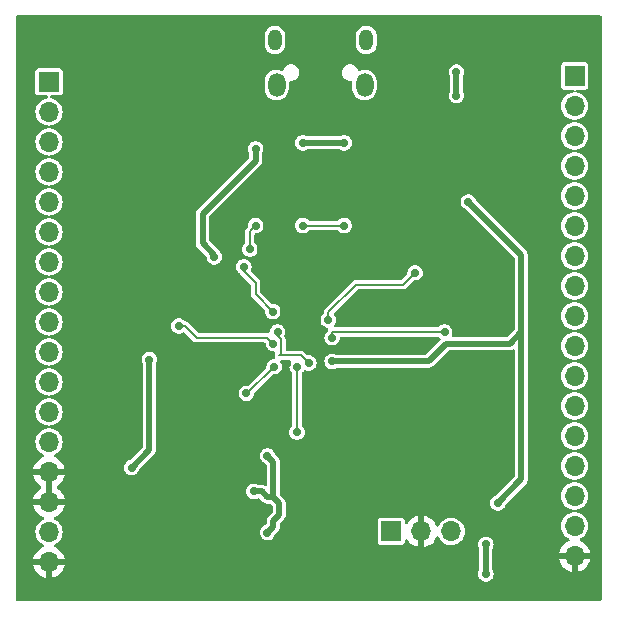
<source format=gbr>
%TF.GenerationSoftware,KiCad,Pcbnew,8.0.2*%
%TF.CreationDate,2024-06-04T19:48:01-07:00*%
%TF.ProjectId,pcb_design_1,7063625f-6465-4736-9967-6e5f312e6b69,rev?*%
%TF.SameCoordinates,Original*%
%TF.FileFunction,Copper,L2,Bot*%
%TF.FilePolarity,Positive*%
%FSLAX46Y46*%
G04 Gerber Fmt 4.6, Leading zero omitted, Abs format (unit mm)*
G04 Created by KiCad (PCBNEW 8.0.2) date 2024-06-04 19:48:01*
%MOMM*%
%LPD*%
G01*
G04 APERTURE LIST*
%TA.AperFunction,ComponentPad*%
%ADD10R,1.700000X1.700000*%
%TD*%
%TA.AperFunction,ComponentPad*%
%ADD11O,1.700000X1.700000*%
%TD*%
%TA.AperFunction,ComponentPad*%
%ADD12O,1.150000X1.800000*%
%TD*%
%TA.AperFunction,ComponentPad*%
%ADD13O,1.450000X2.000000*%
%TD*%
%TA.AperFunction,ViaPad*%
%ADD14C,0.700000*%
%TD*%
%TA.AperFunction,Conductor*%
%ADD15C,0.500000*%
%TD*%
%TA.AperFunction,Conductor*%
%ADD16C,0.200000*%
%TD*%
G04 APERTURE END LIST*
D10*
%TO.P,J2,1,Pin_1*%
%TO.N,VBUS*%
X64000000Y-62840000D03*
D11*
%TO.P,J2,2,Pin_2*%
%TO.N,/GPIO0*%
X64000000Y-65380000D03*
%TO.P,J2,3,Pin_3*%
%TO.N,/GPIO1*%
X64000000Y-67920000D03*
%TO.P,J2,4,Pin_4*%
%TO.N,/GPIO2*%
X64000000Y-70460000D03*
%TO.P,J2,5,Pin_5*%
%TO.N,/GPIO3*%
X64000000Y-73000000D03*
%TO.P,J2,6,Pin_6*%
%TO.N,/GPIO4*%
X64000000Y-75540000D03*
%TO.P,J2,7,Pin_7*%
%TO.N,/GPIO5*%
X64000000Y-78080000D03*
%TO.P,J2,8,Pin_8*%
%TO.N,/GPIO6*%
X64000000Y-80620000D03*
%TO.P,J2,9,Pin_9*%
%TO.N,/GPIO7*%
X64000000Y-83160000D03*
%TO.P,J2,10,Pin_10*%
%TO.N,/GPIO8*%
X64000000Y-85700000D03*
%TO.P,J2,11,Pin_11*%
%TO.N,/GPIO9*%
X64000000Y-88240000D03*
%TO.P,J2,12,Pin_12*%
%TO.N,/GPIO10*%
X64000000Y-90780000D03*
%TO.P,J2,13,Pin_13*%
%TO.N,/GPIO11*%
X64000000Y-93320000D03*
%TO.P,J2,14,Pin_14*%
%TO.N,GND*%
X64000000Y-95860000D03*
%TO.P,J2,15,Pin_15*%
X64000000Y-98400000D03*
%TO.P,J2,16,Pin_16*%
%TO.N,/GPIO14*%
X64000000Y-100940000D03*
%TO.P,J2,17,Pin_17*%
%TO.N,GND*%
X64000000Y-103480000D03*
%TD*%
D10*
%TO.P,J3,1,Pin_1*%
%TO.N,+3V3*%
X108500000Y-62340000D03*
D11*
%TO.P,J3,2,Pin_2*%
%TO.N,/GPIO29*%
X108500000Y-64880000D03*
%TO.P,J3,3,Pin_3*%
%TO.N,/GPIO28*%
X108500000Y-67420000D03*
%TO.P,J3,4,Pin_4*%
%TO.N,/GPIO27*%
X108500000Y-69960000D03*
%TO.P,J3,5,Pin_5*%
%TO.N,/GPIO26*%
X108500000Y-72500000D03*
%TO.P,J3,6,Pin_6*%
%TO.N,/GPIO25*%
X108500000Y-75040000D03*
%TO.P,J3,7,Pin_7*%
%TO.N,/GPIO24*%
X108500000Y-77580000D03*
%TO.P,J3,8,Pin_8*%
%TO.N,/GPIO23*%
X108500000Y-80120000D03*
%TO.P,J3,9,Pin_9*%
%TO.N,/GPIO22*%
X108500000Y-82660000D03*
%TO.P,J3,10,Pin_10*%
%TO.N,/GPIO21*%
X108500000Y-85200000D03*
%TO.P,J3,11,Pin_11*%
%TO.N,/GPIO20*%
X108500000Y-87740000D03*
%TO.P,J3,12,Pin_12*%
%TO.N,/GPIO19*%
X108500000Y-90280000D03*
%TO.P,J3,13,Pin_13*%
%TO.N,/GPIO18*%
X108500000Y-92820000D03*
%TO.P,J3,14,Pin_14*%
%TO.N,/GPIO17*%
X108500000Y-95360000D03*
%TO.P,J3,15,Pin_15*%
%TO.N,/GPIO16*%
X108500000Y-97900000D03*
%TO.P,J3,16,Pin_16*%
%TO.N,/GPIO15*%
X108500000Y-100440000D03*
%TO.P,J3,17,Pin_17*%
%TO.N,GND*%
X108500000Y-102980000D03*
%TD*%
D12*
%TO.P,J1,6,Shield*%
%TO.N,unconnected-(J1-Shield-Pad6)*%
X90875000Y-59305000D03*
D13*
%TO.N,unconnected-(J1-Shield-Pad6)_2*%
X90725000Y-63105000D03*
%TO.N,unconnected-(J1-Shield-Pad6)_1*%
X83275000Y-63105000D03*
D12*
%TO.N,unconnected-(J1-Shield-Pad6)_0*%
X83125000Y-59305000D03*
%TD*%
D10*
%TO.P,J4,1,Pin_1*%
%TO.N,/SWCLK*%
X92982500Y-100900000D03*
D11*
%TO.P,J4,2,Pin_2*%
%TO.N,GND*%
X95522500Y-100900000D03*
%TO.P,J4,3,Pin_3*%
%TO.N,/SWDIO*%
X98062500Y-100900000D03*
%TD*%
D14*
%TO.N,GND*%
X87000000Y-97500000D03*
X91500000Y-76000000D03*
X84000000Y-91000000D03*
X87000000Y-76000000D03*
X101000000Y-95500000D03*
X72500000Y-70000000D03*
X89500000Y-76000000D03*
X95000000Y-64500000D03*
X84000000Y-95500000D03*
X79500000Y-80500000D03*
X92500000Y-81000000D03*
X86000000Y-82500000D03*
X86040000Y-76000000D03*
X81350000Y-99000000D03*
X92500000Y-85350000D03*
X87000000Y-91000000D03*
X66500000Y-61000000D03*
X95000000Y-66000000D03*
X88500000Y-97500000D03*
X87500000Y-98500000D03*
X84140841Y-86721602D03*
X85500000Y-66500000D03*
X74000000Y-99000000D03*
X77000000Y-85460000D03*
X85500000Y-64500000D03*
X100500000Y-70000000D03*
X92500000Y-82000000D03*
%TO.N,+3V3*%
X101000000Y-102000000D03*
X81350000Y-97500000D03*
X98500000Y-64000000D03*
X89000000Y-68000000D03*
X101000000Y-104500000D03*
X98500000Y-62000000D03*
X72500000Y-86350000D03*
X78000000Y-77650000D03*
X82500000Y-94500000D03*
X82500000Y-101000000D03*
X99500000Y-73000000D03*
X71000000Y-95500000D03*
X81500000Y-68500000D03*
X102000000Y-98500000D03*
X85500000Y-68000000D03*
X87966983Y-86493171D03*
%TO.N,+1V1*%
X85500000Y-75000000D03*
X86000000Y-86650002D03*
X83349998Y-84000000D03*
X89000000Y-75000000D03*
%TO.N,/GPIO7*%
X83000000Y-85000000D03*
X75000000Y-83500000D03*
%TO.N,/GPIO14*%
X83057317Y-86959614D03*
X80709620Y-89209620D03*
%TO.N,/GPIO29*%
X95000000Y-79000000D03*
X87650002Y-83000000D03*
%TO.N,/GPIO22*%
X87966983Y-84493171D03*
X97500000Y-84000000D03*
%TO.N,/XOUT*%
X85010632Y-86952828D03*
X85000000Y-92500000D03*
%TO.N,/SQPI_SD1*%
X81000000Y-77000000D03*
X81500000Y-75000000D03*
%TO.N,/GPIO0*%
X80500000Y-78500000D03*
X82948268Y-82284263D03*
%TD*%
D15*
%TO.N,+3V3*%
X104000000Y-84000000D02*
X103000000Y-85000000D01*
X101000000Y-102000000D02*
X101000000Y-104500000D01*
X83000000Y-100000000D02*
X83500000Y-99500000D01*
X104000000Y-77500000D02*
X104000000Y-84000000D01*
X83000000Y-100500000D02*
X83000000Y-100000000D01*
X83000000Y-97000000D02*
X83000000Y-95000000D01*
X104000000Y-84000000D02*
X104000000Y-96500000D01*
X83000000Y-98000000D02*
X82500000Y-98000000D01*
X89000000Y-68000000D02*
X85500000Y-68000000D01*
X83000000Y-98000000D02*
X83000000Y-97000000D01*
X78000000Y-77500000D02*
X78000000Y-77650000D01*
X83000000Y-95000000D02*
X82500000Y-94500000D01*
X96138200Y-86493171D02*
X87966983Y-86493171D01*
X104000000Y-96500000D02*
X102000000Y-98500000D01*
X82000000Y-97500000D02*
X81350000Y-97500000D01*
X83500000Y-99500000D02*
X83500000Y-98500000D01*
X103000000Y-85000000D02*
X97631371Y-85000000D01*
X99500000Y-73000000D02*
X104000000Y-77500000D01*
X81500000Y-69500000D02*
X77000000Y-74000000D01*
X72500000Y-94000000D02*
X72500000Y-86350000D01*
X98500000Y-64000000D02*
X98500000Y-62000000D01*
X77000000Y-76500000D02*
X78000000Y-77500000D01*
X97631371Y-85000000D02*
X96138200Y-86493171D01*
X82500000Y-101000000D02*
X83000000Y-100500000D01*
X81500000Y-68500000D02*
X81500000Y-69500000D01*
X71000000Y-95500000D02*
X72500000Y-94000000D01*
X83500000Y-98500000D02*
X83000000Y-98000000D01*
X82500000Y-98000000D02*
X82000000Y-97500000D01*
X77000000Y-74000000D02*
X77000000Y-76500000D01*
D16*
%TO.N,+1V1*%
X83650000Y-84650000D02*
X83650000Y-85850000D01*
X85341527Y-85991529D02*
X86000000Y-86650002D01*
X83508471Y-85991529D02*
X85341527Y-85991529D01*
X83349998Y-84349998D02*
X83650000Y-84650000D01*
X85500000Y-75000000D02*
X89000000Y-75000000D01*
X83650000Y-85850000D02*
X83508471Y-85991529D01*
X83349998Y-84000000D02*
X83349998Y-84349998D01*
%TO.N,/GPIO7*%
X82500000Y-84500000D02*
X76500000Y-84500000D01*
X76500000Y-84500000D02*
X75500000Y-83500000D01*
X75500000Y-83500000D02*
X75000000Y-83500000D01*
X83000000Y-85000000D02*
X82500000Y-84500000D01*
%TO.N,/GPIO14*%
X80709620Y-89209620D02*
X80807311Y-89209620D01*
X80807311Y-89209620D02*
X83057317Y-86959614D01*
%TO.N,/GPIO29*%
X87650002Y-83000000D02*
X87650002Y-82349998D01*
X94000000Y-80000000D02*
X95000000Y-79000000D01*
X87650002Y-82349998D02*
X90000000Y-80000000D01*
X90000000Y-80000000D02*
X94000000Y-80000000D01*
%TO.N,/GPIO22*%
X107840000Y-82500000D02*
X108000000Y-82660000D01*
X88000000Y-84000000D02*
X88000000Y-84460154D01*
X88000000Y-84460154D02*
X87966983Y-84493171D01*
X88000000Y-84000000D02*
X97500000Y-84000000D01*
%TO.N,/XOUT*%
X85000000Y-92500000D02*
X85000000Y-86963460D01*
X85000000Y-86963460D02*
X85010632Y-86952828D01*
%TO.N,/SQPI_SD1*%
X81000000Y-75500000D02*
X81000000Y-77000000D01*
X81500000Y-75000000D02*
X81000000Y-75500000D01*
%TO.N,/GPIO0*%
X81500000Y-79835995D02*
X81500000Y-80835995D01*
X81500000Y-80835995D02*
X82948268Y-82284263D01*
X80500000Y-78500000D02*
X80500000Y-78835995D01*
X80500000Y-78835995D02*
X81500000Y-79835995D01*
%TD*%
%TA.AperFunction,Conductor*%
%TO.N,GND*%
G36*
X64250000Y-97966988D02*
G01*
X64192993Y-97934075D01*
X64065826Y-97900000D01*
X63934174Y-97900000D01*
X63807007Y-97934075D01*
X63750000Y-97966988D01*
X63750000Y-96293012D01*
X63807007Y-96325925D01*
X63934174Y-96360000D01*
X64065826Y-96360000D01*
X64192993Y-96325925D01*
X64250000Y-96293012D01*
X64250000Y-97966988D01*
G37*
%TD.AperFunction*%
%TA.AperFunction,Conductor*%
G36*
X110742539Y-57220185D02*
G01*
X110788294Y-57272989D01*
X110799500Y-57324500D01*
X110799500Y-106675500D01*
X110779815Y-106742539D01*
X110727011Y-106788294D01*
X110675500Y-106799500D01*
X61324500Y-106799500D01*
X61257461Y-106779815D01*
X61211706Y-106727011D01*
X61200500Y-106675500D01*
X61200500Y-95609999D01*
X62669364Y-95609999D01*
X62669364Y-95610000D01*
X63566988Y-95610000D01*
X63534075Y-95667007D01*
X63500000Y-95794174D01*
X63500000Y-95925826D01*
X63534075Y-96052993D01*
X63566988Y-96110000D01*
X62669364Y-96110000D01*
X62726567Y-96323486D01*
X62726570Y-96323492D01*
X62826399Y-96537578D01*
X62961894Y-96731082D01*
X63128917Y-96898105D01*
X63315031Y-97028425D01*
X63358656Y-97083003D01*
X63365848Y-97152501D01*
X63334326Y-97214856D01*
X63315031Y-97231575D01*
X63128922Y-97361890D01*
X63128920Y-97361891D01*
X62961891Y-97528920D01*
X62961886Y-97528926D01*
X62826400Y-97722420D01*
X62826399Y-97722422D01*
X62726570Y-97936507D01*
X62726567Y-97936513D01*
X62669364Y-98149999D01*
X62669364Y-98150000D01*
X63566988Y-98150000D01*
X63534075Y-98207007D01*
X63500000Y-98334174D01*
X63500000Y-98465826D01*
X63534075Y-98592993D01*
X63566988Y-98650000D01*
X62669364Y-98650000D01*
X62726567Y-98863486D01*
X62726570Y-98863492D01*
X62826399Y-99077578D01*
X62961894Y-99271082D01*
X63128917Y-99438105D01*
X63322421Y-99573600D01*
X63521573Y-99666466D01*
X63574012Y-99712638D01*
X63593164Y-99779832D01*
X63572948Y-99846713D01*
X63519783Y-99892048D01*
X63513968Y-99894472D01*
X63506771Y-99897260D01*
X63484982Y-99905701D01*
X63484980Y-99905702D01*
X63303699Y-100017947D01*
X63146127Y-100161593D01*
X63017632Y-100331746D01*
X62922596Y-100522605D01*
X62922596Y-100522607D01*
X62864244Y-100727689D01*
X62844571Y-100939999D01*
X62844571Y-100940000D01*
X62864244Y-101152310D01*
X62922596Y-101357392D01*
X62922596Y-101357394D01*
X63017632Y-101548253D01*
X63142447Y-101713533D01*
X63146128Y-101718407D01*
X63303698Y-101862052D01*
X63484981Y-101974298D01*
X63513961Y-101985525D01*
X63569362Y-102028095D01*
X63592954Y-102093861D01*
X63577244Y-102161942D01*
X63527222Y-102210722D01*
X63521573Y-102213533D01*
X63322422Y-102306399D01*
X63322420Y-102306400D01*
X63128926Y-102441886D01*
X63128920Y-102441891D01*
X62961891Y-102608920D01*
X62961886Y-102608926D01*
X62826400Y-102802420D01*
X62826399Y-102802422D01*
X62726570Y-103016507D01*
X62726567Y-103016513D01*
X62669364Y-103229999D01*
X62669364Y-103230000D01*
X63566988Y-103230000D01*
X63534075Y-103287007D01*
X63500000Y-103414174D01*
X63500000Y-103545826D01*
X63534075Y-103672993D01*
X63566988Y-103730000D01*
X62669364Y-103730000D01*
X62726567Y-103943486D01*
X62726570Y-103943492D01*
X62826399Y-104157578D01*
X62961894Y-104351082D01*
X63128917Y-104518105D01*
X63322421Y-104653600D01*
X63536507Y-104753429D01*
X63536516Y-104753433D01*
X63750000Y-104810634D01*
X63750000Y-103913012D01*
X63807007Y-103945925D01*
X63934174Y-103980000D01*
X64065826Y-103980000D01*
X64192993Y-103945925D01*
X64250000Y-103913012D01*
X64250000Y-104810633D01*
X64463483Y-104753433D01*
X64463492Y-104753429D01*
X64677578Y-104653600D01*
X64871082Y-104518105D01*
X65038105Y-104351082D01*
X65173600Y-104157578D01*
X65273429Y-103943492D01*
X65273432Y-103943486D01*
X65330636Y-103730000D01*
X64433012Y-103730000D01*
X64465925Y-103672993D01*
X64500000Y-103545826D01*
X64500000Y-103414174D01*
X64465925Y-103287007D01*
X64433012Y-103230000D01*
X65330636Y-103230000D01*
X65330635Y-103229999D01*
X65273432Y-103016513D01*
X65273429Y-103016507D01*
X65173600Y-102802422D01*
X65173599Y-102802420D01*
X65038113Y-102608926D01*
X65038108Y-102608920D01*
X64871082Y-102441894D01*
X64677578Y-102306399D01*
X64478426Y-102213533D01*
X64425987Y-102167360D01*
X64406835Y-102100167D01*
X64427051Y-102033286D01*
X64480216Y-101987951D01*
X64486005Y-101985537D01*
X64515019Y-101974298D01*
X64696302Y-101862052D01*
X64853872Y-101718407D01*
X64982366Y-101548255D01*
X64986833Y-101539284D01*
X65077403Y-101357394D01*
X65077403Y-101357393D01*
X65077405Y-101357389D01*
X65135756Y-101152310D01*
X65155429Y-100940000D01*
X65135756Y-100727690D01*
X65077405Y-100522611D01*
X65077403Y-100522606D01*
X65077403Y-100522605D01*
X64982367Y-100331746D01*
X64853872Y-100161593D01*
X64809994Y-100121593D01*
X64696302Y-100017948D01*
X64515019Y-99905702D01*
X64515014Y-99905700D01*
X64508129Y-99903032D01*
X64486037Y-99894474D01*
X64430636Y-99851903D01*
X64407045Y-99786136D01*
X64422756Y-99718056D01*
X64472779Y-99669276D01*
X64478426Y-99666466D01*
X64677578Y-99573599D01*
X64871082Y-99438105D01*
X65038105Y-99271082D01*
X65173600Y-99077578D01*
X65273429Y-98863492D01*
X65273432Y-98863486D01*
X65330636Y-98650000D01*
X64433012Y-98650000D01*
X64465925Y-98592993D01*
X64500000Y-98465826D01*
X64500000Y-98334174D01*
X64465925Y-98207007D01*
X64433012Y-98150000D01*
X65330636Y-98150000D01*
X65330635Y-98149999D01*
X65273432Y-97936513D01*
X65273429Y-97936507D01*
X65173600Y-97722422D01*
X65173599Y-97722420D01*
X65038113Y-97528926D01*
X65038108Y-97528920D01*
X65009187Y-97499999D01*
X80694722Y-97499999D01*
X80694722Y-97500000D01*
X80713762Y-97656818D01*
X80738643Y-97722422D01*
X80769780Y-97804523D01*
X80859517Y-97934530D01*
X80977760Y-98039283D01*
X80977762Y-98039284D01*
X81117634Y-98112696D01*
X81271014Y-98150500D01*
X81271015Y-98150500D01*
X81428985Y-98150500D01*
X81582365Y-98112696D01*
X81666712Y-98068426D01*
X81735217Y-98054701D01*
X81800270Y-98080192D01*
X81812017Y-98090542D01*
X82161985Y-98440510D01*
X82265026Y-98500000D01*
X82287515Y-98512984D01*
X82427525Y-98550500D01*
X82427526Y-98550500D01*
X82572474Y-98550500D01*
X82720613Y-98550500D01*
X82787652Y-98570185D01*
X82808294Y-98586819D01*
X82913181Y-98691706D01*
X82946666Y-98753029D01*
X82949500Y-98779387D01*
X82949500Y-99220613D01*
X82929815Y-99287652D01*
X82913181Y-99308294D01*
X82559491Y-99661983D01*
X82559489Y-99661985D01*
X82508965Y-99749499D01*
X82508963Y-99749501D01*
X82487018Y-99787509D01*
X82487017Y-99787510D01*
X82475986Y-99828679D01*
X82449500Y-99927525D01*
X82449500Y-99927527D01*
X82449500Y-100220611D01*
X82429815Y-100287650D01*
X82413180Y-100308294D01*
X82380375Y-100341098D01*
X82322372Y-100373811D01*
X82267637Y-100387302D01*
X82267634Y-100387303D01*
X82127762Y-100460715D01*
X82009516Y-100565471D01*
X81919781Y-100695475D01*
X81919780Y-100695476D01*
X81863762Y-100843181D01*
X81844722Y-100999999D01*
X81844722Y-101000000D01*
X81863762Y-101156818D01*
X81918102Y-101300099D01*
X81919780Y-101304523D01*
X82009517Y-101434530D01*
X82127760Y-101539283D01*
X82127762Y-101539284D01*
X82267634Y-101612696D01*
X82421014Y-101650500D01*
X82421015Y-101650500D01*
X82578985Y-101650500D01*
X82732365Y-101612696D01*
X82765167Y-101595480D01*
X82872240Y-101539283D01*
X82990483Y-101434530D01*
X83080220Y-101304523D01*
X83135676Y-101158295D01*
X83163932Y-101114591D01*
X83440510Y-100838015D01*
X83512984Y-100712485D01*
X83519628Y-100687689D01*
X83525306Y-100666502D01*
X83534527Y-100632085D01*
X83550500Y-100572475D01*
X83550500Y-100279387D01*
X83570185Y-100212348D01*
X83586819Y-100191706D01*
X83760578Y-100017947D01*
X83773394Y-100005131D01*
X91832000Y-100005131D01*
X91832000Y-101794856D01*
X91832002Y-101794882D01*
X91834913Y-101819987D01*
X91834915Y-101819991D01*
X91880293Y-101922764D01*
X91880294Y-101922765D01*
X91959735Y-102002206D01*
X92062509Y-102047585D01*
X92087635Y-102050500D01*
X93877364Y-102050499D01*
X93877379Y-102050497D01*
X93877382Y-102050497D01*
X93902487Y-102047586D01*
X93902488Y-102047585D01*
X93902491Y-102047585D01*
X94005265Y-102002206D01*
X94084706Y-101922765D01*
X94130085Y-101819991D01*
X94133000Y-101794865D01*
X94132999Y-101662516D01*
X94152683Y-101595480D01*
X94205487Y-101549725D01*
X94274645Y-101539781D01*
X94338201Y-101568805D01*
X94358573Y-101591395D01*
X94484390Y-101771078D01*
X94651417Y-101938105D01*
X94844921Y-102073600D01*
X95059007Y-102173429D01*
X95059016Y-102173433D01*
X95272500Y-102230634D01*
X95272500Y-101333012D01*
X95329507Y-101365925D01*
X95456674Y-101400000D01*
X95588326Y-101400000D01*
X95715493Y-101365925D01*
X95772500Y-101333012D01*
X95772500Y-102230633D01*
X95985983Y-102173433D01*
X95985992Y-102173429D01*
X96200078Y-102073600D01*
X96393582Y-101938105D01*
X96560605Y-101771082D01*
X96696100Y-101577578D01*
X96789794Y-101376651D01*
X96835966Y-101324212D01*
X96903160Y-101305060D01*
X96970041Y-101325276D01*
X97013176Y-101373785D01*
X97080132Y-101508253D01*
X97208627Y-101678406D01*
X97208628Y-101678407D01*
X97366198Y-101822052D01*
X97547481Y-101934298D01*
X97746302Y-102011321D01*
X97955890Y-102050500D01*
X97955892Y-102050500D01*
X98169108Y-102050500D01*
X98169110Y-102050500D01*
X98378698Y-102011321D01*
X98407924Y-101999999D01*
X100344722Y-101999999D01*
X100344722Y-102000000D01*
X100363762Y-102156818D01*
X100418982Y-102302420D01*
X100419780Y-102304523D01*
X100427548Y-102315777D01*
X100449433Y-102382130D01*
X100449500Y-102386219D01*
X100449500Y-104113780D01*
X100429815Y-104180819D01*
X100427552Y-104184217D01*
X100419780Y-104195476D01*
X100363762Y-104343181D01*
X100344722Y-104499999D01*
X100344722Y-104500000D01*
X100363762Y-104656818D01*
X100400404Y-104753433D01*
X100419780Y-104804523D01*
X100509517Y-104934530D01*
X100627760Y-105039283D01*
X100627762Y-105039284D01*
X100767634Y-105112696D01*
X100921014Y-105150500D01*
X100921015Y-105150500D01*
X101078985Y-105150500D01*
X101232365Y-105112696D01*
X101372240Y-105039283D01*
X101490483Y-104934530D01*
X101580220Y-104804523D01*
X101636237Y-104656818D01*
X101655278Y-104500000D01*
X101636237Y-104343182D01*
X101580220Y-104195477D01*
X101572448Y-104184217D01*
X101550567Y-104117862D01*
X101550500Y-104113780D01*
X101550500Y-102729999D01*
X107169364Y-102729999D01*
X107169364Y-102730000D01*
X108066988Y-102730000D01*
X108034075Y-102787007D01*
X108000000Y-102914174D01*
X108000000Y-103045826D01*
X108034075Y-103172993D01*
X108066988Y-103230000D01*
X107169364Y-103230000D01*
X107226567Y-103443486D01*
X107226570Y-103443492D01*
X107326399Y-103657578D01*
X107461894Y-103851082D01*
X107628917Y-104018105D01*
X107822421Y-104153600D01*
X108036507Y-104253429D01*
X108036516Y-104253433D01*
X108250000Y-104310634D01*
X108250000Y-103413012D01*
X108307007Y-103445925D01*
X108434174Y-103480000D01*
X108565826Y-103480000D01*
X108692993Y-103445925D01*
X108750000Y-103413012D01*
X108750000Y-104310633D01*
X108963483Y-104253433D01*
X108963492Y-104253429D01*
X109177578Y-104153600D01*
X109371082Y-104018105D01*
X109538105Y-103851082D01*
X109673600Y-103657578D01*
X109773429Y-103443492D01*
X109773432Y-103443486D01*
X109830636Y-103230000D01*
X108933012Y-103230000D01*
X108965925Y-103172993D01*
X109000000Y-103045826D01*
X109000000Y-102914174D01*
X108965925Y-102787007D01*
X108933012Y-102730000D01*
X109830636Y-102730000D01*
X109830635Y-102729999D01*
X109773432Y-102516513D01*
X109773429Y-102516507D01*
X109673600Y-102302422D01*
X109673599Y-102302420D01*
X109538113Y-102108926D01*
X109538108Y-102108920D01*
X109371082Y-101941894D01*
X109177578Y-101806399D01*
X108978426Y-101713533D01*
X108925987Y-101667360D01*
X108906835Y-101600167D01*
X108927051Y-101533286D01*
X108980216Y-101487951D01*
X108986005Y-101485537D01*
X109015019Y-101474298D01*
X109196302Y-101362052D01*
X109353872Y-101218407D01*
X109482366Y-101048255D01*
X109506394Y-101000000D01*
X109577403Y-100857394D01*
X109577403Y-100857393D01*
X109577405Y-100857389D01*
X109635756Y-100652310D01*
X109655429Y-100440000D01*
X109635756Y-100227690D01*
X109577405Y-100022611D01*
X109577403Y-100022606D01*
X109577403Y-100022605D01*
X109482367Y-99831746D01*
X109353872Y-99661593D01*
X109315454Y-99626570D01*
X109196302Y-99517948D01*
X109015019Y-99405702D01*
X109015017Y-99405701D01*
X108915608Y-99367190D01*
X108816198Y-99328679D01*
X108619385Y-99291888D01*
X108557106Y-99260221D01*
X108521833Y-99199908D01*
X108524767Y-99130100D01*
X108564976Y-99072960D01*
X108619384Y-99048111D01*
X108816198Y-99011321D01*
X109015019Y-98934298D01*
X109196302Y-98822052D01*
X109353872Y-98678407D01*
X109482366Y-98508255D01*
X109516100Y-98440508D01*
X109577403Y-98317394D01*
X109577403Y-98317393D01*
X109577405Y-98317389D01*
X109635756Y-98112310D01*
X109655429Y-97900000D01*
X109654252Y-97887303D01*
X109646582Y-97804523D01*
X109635756Y-97687690D01*
X109577405Y-97482611D01*
X109577403Y-97482606D01*
X109577403Y-97482605D01*
X109482367Y-97291746D01*
X109353872Y-97121593D01*
X109311541Y-97083003D01*
X109196302Y-96977948D01*
X109015019Y-96865702D01*
X109015017Y-96865701D01*
X108915608Y-96827190D01*
X108816198Y-96788679D01*
X108619385Y-96751888D01*
X108557106Y-96720221D01*
X108521833Y-96659908D01*
X108524767Y-96590100D01*
X108564976Y-96532960D01*
X108619384Y-96508111D01*
X108816198Y-96471321D01*
X109015019Y-96394298D01*
X109196302Y-96282052D01*
X109353872Y-96138407D01*
X109482366Y-95968255D01*
X109563894Y-95804523D01*
X109577403Y-95777394D01*
X109577403Y-95777393D01*
X109577405Y-95777389D01*
X109635756Y-95572310D01*
X109655429Y-95360000D01*
X109635756Y-95147690D01*
X109577405Y-94942611D01*
X109577403Y-94942606D01*
X109577403Y-94942605D01*
X109482367Y-94751746D01*
X109353872Y-94581593D01*
X109264368Y-94499999D01*
X109196302Y-94437948D01*
X109015019Y-94325702D01*
X109015017Y-94325701D01*
X108915608Y-94287190D01*
X108816198Y-94248679D01*
X108619385Y-94211888D01*
X108557106Y-94180221D01*
X108521833Y-94119908D01*
X108524767Y-94050100D01*
X108564976Y-93992960D01*
X108619384Y-93968111D01*
X108816198Y-93931321D01*
X109015019Y-93854298D01*
X109196302Y-93742052D01*
X109353872Y-93598407D01*
X109482366Y-93428255D01*
X109577405Y-93237389D01*
X109635756Y-93032310D01*
X109655429Y-92820000D01*
X109635756Y-92607690D01*
X109577405Y-92402611D01*
X109577403Y-92402606D01*
X109577403Y-92402605D01*
X109482367Y-92211746D01*
X109353872Y-92041593D01*
X109304937Y-91996983D01*
X109196302Y-91897948D01*
X109015019Y-91785702D01*
X109015017Y-91785701D01*
X108915608Y-91747190D01*
X108816198Y-91708679D01*
X108619385Y-91671888D01*
X108557106Y-91640221D01*
X108521833Y-91579908D01*
X108524767Y-91510100D01*
X108564976Y-91452960D01*
X108619384Y-91428111D01*
X108816198Y-91391321D01*
X109015019Y-91314298D01*
X109196302Y-91202052D01*
X109353872Y-91058407D01*
X109482366Y-90888255D01*
X109577405Y-90697389D01*
X109635756Y-90492310D01*
X109655429Y-90280000D01*
X109635756Y-90067690D01*
X109577405Y-89862611D01*
X109577403Y-89862606D01*
X109577403Y-89862605D01*
X109482367Y-89671746D01*
X109353872Y-89501593D01*
X109319326Y-89470100D01*
X109196302Y-89357948D01*
X109015019Y-89245702D01*
X109015017Y-89245701D01*
X108869647Y-89189385D01*
X108816198Y-89168679D01*
X108619385Y-89131888D01*
X108557106Y-89100221D01*
X108521833Y-89039908D01*
X108524767Y-88970100D01*
X108564976Y-88912960D01*
X108619384Y-88888111D01*
X108816198Y-88851321D01*
X109015019Y-88774298D01*
X109196302Y-88662052D01*
X109353872Y-88518407D01*
X109482366Y-88348255D01*
X109577405Y-88157389D01*
X109635756Y-87952310D01*
X109655429Y-87740000D01*
X109635756Y-87527690D01*
X109577405Y-87322611D01*
X109577403Y-87322606D01*
X109577403Y-87322605D01*
X109482367Y-87131746D01*
X109353872Y-86961593D01*
X109316692Y-86927699D01*
X109196302Y-86817948D01*
X109015019Y-86705702D01*
X109015017Y-86705701D01*
X108884373Y-86655090D01*
X108816198Y-86628679D01*
X108619385Y-86591888D01*
X108557106Y-86560221D01*
X108521833Y-86499908D01*
X108524767Y-86430100D01*
X108564976Y-86372960D01*
X108619384Y-86348111D01*
X108816198Y-86311321D01*
X109015019Y-86234298D01*
X109196302Y-86122052D01*
X109353872Y-85978407D01*
X109482366Y-85808255D01*
X109560918Y-85650500D01*
X109577403Y-85617394D01*
X109577403Y-85617393D01*
X109577405Y-85617389D01*
X109635756Y-85412310D01*
X109655429Y-85200000D01*
X109635756Y-84987690D01*
X109577405Y-84782611D01*
X109577403Y-84782606D01*
X109577403Y-84782605D01*
X109482367Y-84591746D01*
X109353872Y-84421593D01*
X109196302Y-84277948D01*
X109015019Y-84165702D01*
X109015017Y-84165701D01*
X108914582Y-84126793D01*
X108816198Y-84088679D01*
X108619385Y-84051888D01*
X108557106Y-84020221D01*
X108521833Y-83959908D01*
X108524767Y-83890100D01*
X108564976Y-83832960D01*
X108619384Y-83808111D01*
X108816198Y-83771321D01*
X109015019Y-83694298D01*
X109196302Y-83582052D01*
X109353872Y-83438407D01*
X109482366Y-83268255D01*
X109518606Y-83195475D01*
X109577403Y-83077394D01*
X109577403Y-83077393D01*
X109577405Y-83077389D01*
X109635756Y-82872310D01*
X109655429Y-82660000D01*
X109635756Y-82447690D01*
X109577405Y-82242611D01*
X109577403Y-82242606D01*
X109577403Y-82242605D01*
X109482367Y-82051746D01*
X109353872Y-81881593D01*
X109319326Y-81850100D01*
X109196302Y-81737948D01*
X109015019Y-81625702D01*
X109015017Y-81625701D01*
X108915608Y-81587190D01*
X108816198Y-81548679D01*
X108619385Y-81511888D01*
X108557106Y-81480221D01*
X108521833Y-81419908D01*
X108524767Y-81350100D01*
X108564976Y-81292960D01*
X108619384Y-81268111D01*
X108816198Y-81231321D01*
X109015019Y-81154298D01*
X109196302Y-81042052D01*
X109353872Y-80898407D01*
X109482366Y-80728255D01*
X109493238Y-80706421D01*
X109577403Y-80537394D01*
X109577403Y-80537393D01*
X109577405Y-80537389D01*
X109635756Y-80332310D01*
X109655429Y-80120000D01*
X109635756Y-79907690D01*
X109577405Y-79702611D01*
X109577403Y-79702606D01*
X109577403Y-79702605D01*
X109482367Y-79511746D01*
X109353872Y-79341593D01*
X109319326Y-79310100D01*
X109196302Y-79197948D01*
X109015019Y-79085702D01*
X109015017Y-79085701D01*
X108843686Y-79019328D01*
X108816198Y-79008679D01*
X108619385Y-78971888D01*
X108557106Y-78940221D01*
X108521833Y-78879908D01*
X108524767Y-78810100D01*
X108564976Y-78752960D01*
X108619384Y-78728111D01*
X108816198Y-78691321D01*
X109015019Y-78614298D01*
X109196302Y-78502052D01*
X109353872Y-78358407D01*
X109482366Y-78188255D01*
X109482367Y-78188253D01*
X109577403Y-77997394D01*
X109577403Y-77997393D01*
X109577405Y-77997389D01*
X109635756Y-77792310D01*
X109655429Y-77580000D01*
X109635756Y-77367690D01*
X109577405Y-77162611D01*
X109577403Y-77162606D01*
X109577403Y-77162605D01*
X109482367Y-76971746D01*
X109353872Y-76801593D01*
X109319326Y-76770100D01*
X109196302Y-76657948D01*
X109015019Y-76545702D01*
X109015017Y-76545701D01*
X108860269Y-76485752D01*
X108816198Y-76468679D01*
X108619385Y-76431888D01*
X108557106Y-76400221D01*
X108521833Y-76339908D01*
X108524767Y-76270100D01*
X108564976Y-76212960D01*
X108619384Y-76188111D01*
X108816198Y-76151321D01*
X109015019Y-76074298D01*
X109196302Y-75962052D01*
X109353872Y-75818407D01*
X109482366Y-75648255D01*
X109577405Y-75457389D01*
X109635756Y-75252310D01*
X109655429Y-75040000D01*
X109635756Y-74827690D01*
X109577405Y-74622611D01*
X109577403Y-74622606D01*
X109577403Y-74622605D01*
X109482367Y-74431746D01*
X109353872Y-74261593D01*
X109277210Y-74191706D01*
X109196302Y-74117948D01*
X109015019Y-74005702D01*
X109015017Y-74005701D01*
X108915608Y-73967190D01*
X108816198Y-73928679D01*
X108619385Y-73891888D01*
X108557106Y-73860221D01*
X108521833Y-73799908D01*
X108524767Y-73730100D01*
X108564976Y-73672960D01*
X108619384Y-73648111D01*
X108816198Y-73611321D01*
X109015019Y-73534298D01*
X109196302Y-73422052D01*
X109353872Y-73278407D01*
X109482366Y-73108255D01*
X109577405Y-72917389D01*
X109635756Y-72712310D01*
X109655429Y-72500000D01*
X109635756Y-72287690D01*
X109577405Y-72082611D01*
X109577403Y-72082606D01*
X109577403Y-72082605D01*
X109482367Y-71891746D01*
X109353872Y-71721593D01*
X109319326Y-71690100D01*
X109196302Y-71577948D01*
X109015019Y-71465702D01*
X109015017Y-71465701D01*
X108915608Y-71427190D01*
X108816198Y-71388679D01*
X108619385Y-71351888D01*
X108557106Y-71320221D01*
X108521833Y-71259908D01*
X108524767Y-71190100D01*
X108564976Y-71132960D01*
X108619384Y-71108111D01*
X108816198Y-71071321D01*
X109015019Y-70994298D01*
X109196302Y-70882052D01*
X109353872Y-70738407D01*
X109482366Y-70568255D01*
X109577405Y-70377389D01*
X109635756Y-70172310D01*
X109655429Y-69960000D01*
X109635756Y-69747690D01*
X109577405Y-69542611D01*
X109577403Y-69542606D01*
X109577403Y-69542605D01*
X109482367Y-69351746D01*
X109353872Y-69181593D01*
X109319326Y-69150100D01*
X109196302Y-69037948D01*
X109015019Y-68925702D01*
X109015017Y-68925701D01*
X108902546Y-68882130D01*
X108816198Y-68848679D01*
X108619385Y-68811888D01*
X108557106Y-68780221D01*
X108521833Y-68719908D01*
X108524767Y-68650100D01*
X108564976Y-68592960D01*
X108619384Y-68568111D01*
X108816198Y-68531321D01*
X109015019Y-68454298D01*
X109196302Y-68342052D01*
X109353872Y-68198407D01*
X109482366Y-68028255D01*
X109571375Y-67849500D01*
X109577403Y-67837394D01*
X109577403Y-67837393D01*
X109577405Y-67837389D01*
X109635756Y-67632310D01*
X109655429Y-67420000D01*
X109635756Y-67207690D01*
X109577405Y-67002611D01*
X109577403Y-67002606D01*
X109577403Y-67002605D01*
X109482367Y-66811746D01*
X109353872Y-66641593D01*
X109319326Y-66610100D01*
X109196302Y-66497948D01*
X109015019Y-66385702D01*
X109015017Y-66385701D01*
X108915608Y-66347190D01*
X108816198Y-66308679D01*
X108619385Y-66271888D01*
X108557106Y-66240221D01*
X108521833Y-66179908D01*
X108524767Y-66110100D01*
X108564976Y-66052960D01*
X108619384Y-66028111D01*
X108816198Y-65991321D01*
X109015019Y-65914298D01*
X109196302Y-65802052D01*
X109353872Y-65658407D01*
X109482366Y-65488255D01*
X109577405Y-65297389D01*
X109635756Y-65092310D01*
X109655429Y-64880000D01*
X109635756Y-64667690D01*
X109577405Y-64462611D01*
X109577403Y-64462606D01*
X109577403Y-64462605D01*
X109482367Y-64271746D01*
X109353872Y-64101593D01*
X109324261Y-64074599D01*
X109196302Y-63957948D01*
X109015019Y-63845702D01*
X109015017Y-63845701D01*
X108915608Y-63807190D01*
X108816198Y-63768679D01*
X108643456Y-63736387D01*
X108581176Y-63704719D01*
X108545903Y-63644407D01*
X108548837Y-63574599D01*
X108589046Y-63517459D01*
X108653764Y-63491128D01*
X108666233Y-63490499D01*
X109394864Y-63490499D01*
X109394879Y-63490497D01*
X109394882Y-63490497D01*
X109419987Y-63487586D01*
X109419988Y-63487585D01*
X109419991Y-63487585D01*
X109522765Y-63442206D01*
X109602206Y-63362765D01*
X109647585Y-63259991D01*
X109650500Y-63234865D01*
X109650499Y-61445136D01*
X109650497Y-61445117D01*
X109647586Y-61420012D01*
X109647585Y-61420010D01*
X109647585Y-61420009D01*
X109602206Y-61317235D01*
X109522765Y-61237794D01*
X109522763Y-61237793D01*
X109419992Y-61192415D01*
X109394865Y-61189500D01*
X107605143Y-61189500D01*
X107605117Y-61189502D01*
X107580012Y-61192413D01*
X107580008Y-61192415D01*
X107477235Y-61237793D01*
X107397794Y-61317234D01*
X107352415Y-61420006D01*
X107352415Y-61420008D01*
X107349500Y-61445131D01*
X107349500Y-63234856D01*
X107349502Y-63234882D01*
X107352413Y-63259987D01*
X107352415Y-63259991D01*
X107397793Y-63362764D01*
X107397794Y-63362765D01*
X107477235Y-63442206D01*
X107580009Y-63487585D01*
X107605135Y-63490500D01*
X108333758Y-63490499D01*
X108400795Y-63510183D01*
X108446550Y-63562987D01*
X108456494Y-63632146D01*
X108427469Y-63695702D01*
X108368691Y-63733476D01*
X108356542Y-63736388D01*
X108300116Y-63746935D01*
X108183802Y-63768679D01*
X108183800Y-63768679D01*
X108183798Y-63768680D01*
X107984982Y-63845701D01*
X107984980Y-63845702D01*
X107803699Y-63957947D01*
X107646127Y-64101593D01*
X107517632Y-64271746D01*
X107422596Y-64462605D01*
X107422596Y-64462607D01*
X107364244Y-64667689D01*
X107344571Y-64879999D01*
X107344571Y-64880000D01*
X107364244Y-65092310D01*
X107422596Y-65297392D01*
X107422596Y-65297394D01*
X107517632Y-65488253D01*
X107517634Y-65488255D01*
X107646128Y-65658407D01*
X107803698Y-65802052D01*
X107984981Y-65914298D01*
X108183802Y-65991321D01*
X108380613Y-66028111D01*
X108442893Y-66059779D01*
X108478166Y-66120092D01*
X108475232Y-66189900D01*
X108435023Y-66247040D01*
X108380613Y-66271888D01*
X108183802Y-66308679D01*
X108183799Y-66308679D01*
X108183799Y-66308680D01*
X107984982Y-66385701D01*
X107984980Y-66385702D01*
X107803699Y-66497947D01*
X107646127Y-66641593D01*
X107517632Y-66811746D01*
X107422596Y-67002605D01*
X107422596Y-67002607D01*
X107364244Y-67207689D01*
X107344571Y-67419999D01*
X107344571Y-67420000D01*
X107364244Y-67632310D01*
X107422596Y-67837392D01*
X107422596Y-67837394D01*
X107517632Y-68028253D01*
X107643915Y-68195477D01*
X107646128Y-68198407D01*
X107803698Y-68342052D01*
X107984981Y-68454298D01*
X108183802Y-68531321D01*
X108380613Y-68568111D01*
X108442893Y-68599779D01*
X108478166Y-68660092D01*
X108475232Y-68729900D01*
X108435023Y-68787040D01*
X108380613Y-68811888D01*
X108183802Y-68848679D01*
X108183799Y-68848679D01*
X108183799Y-68848680D01*
X107984982Y-68925701D01*
X107984980Y-68925702D01*
X107803699Y-69037947D01*
X107646127Y-69181593D01*
X107517632Y-69351746D01*
X107422596Y-69542605D01*
X107422596Y-69542607D01*
X107364244Y-69747689D01*
X107344571Y-69959999D01*
X107344571Y-69960000D01*
X107364244Y-70172310D01*
X107422596Y-70377392D01*
X107422596Y-70377394D01*
X107517632Y-70568253D01*
X107517634Y-70568255D01*
X107646128Y-70738407D01*
X107803698Y-70882052D01*
X107984981Y-70994298D01*
X108183802Y-71071321D01*
X108380613Y-71108111D01*
X108442893Y-71139779D01*
X108478166Y-71200092D01*
X108475232Y-71269900D01*
X108435023Y-71327040D01*
X108380613Y-71351888D01*
X108183802Y-71388679D01*
X108183799Y-71388679D01*
X108183799Y-71388680D01*
X107984982Y-71465701D01*
X107984980Y-71465702D01*
X107803699Y-71577947D01*
X107646127Y-71721593D01*
X107517632Y-71891746D01*
X107422596Y-72082605D01*
X107422596Y-72082607D01*
X107364244Y-72287689D01*
X107358517Y-72349500D01*
X107344571Y-72500000D01*
X107364244Y-72712310D01*
X107406186Y-72859720D01*
X107422596Y-72917392D01*
X107422596Y-72917394D01*
X107517632Y-73108253D01*
X107517634Y-73108255D01*
X107646128Y-73278407D01*
X107803698Y-73422052D01*
X107984981Y-73534298D01*
X108183802Y-73611321D01*
X108380613Y-73648111D01*
X108442893Y-73679779D01*
X108478166Y-73740092D01*
X108475232Y-73809900D01*
X108435023Y-73867040D01*
X108380613Y-73891888D01*
X108183802Y-73928679D01*
X108183799Y-73928679D01*
X108183799Y-73928680D01*
X107984982Y-74005701D01*
X107984980Y-74005702D01*
X107803699Y-74117947D01*
X107646127Y-74261593D01*
X107517632Y-74431746D01*
X107422596Y-74622605D01*
X107422596Y-74622607D01*
X107364244Y-74827689D01*
X107346487Y-75019328D01*
X107344571Y-75040000D01*
X107364244Y-75252310D01*
X107416090Y-75434528D01*
X107422596Y-75457392D01*
X107422596Y-75457394D01*
X107517632Y-75648253D01*
X107646127Y-75818406D01*
X107646128Y-75818407D01*
X107803698Y-75962052D01*
X107984981Y-76074298D01*
X108183802Y-76151321D01*
X108380613Y-76188111D01*
X108442893Y-76219779D01*
X108478166Y-76280092D01*
X108475232Y-76349900D01*
X108435023Y-76407040D01*
X108380613Y-76431888D01*
X108183802Y-76468679D01*
X108183799Y-76468679D01*
X108183799Y-76468680D01*
X107984982Y-76545701D01*
X107984980Y-76545702D01*
X107803699Y-76657947D01*
X107646127Y-76801593D01*
X107517632Y-76971746D01*
X107422596Y-77162605D01*
X107422596Y-77162607D01*
X107364244Y-77367689D01*
X107344571Y-77579999D01*
X107344571Y-77580000D01*
X107364244Y-77792310D01*
X107422596Y-77997392D01*
X107422596Y-77997394D01*
X107517632Y-78188253D01*
X107646127Y-78358406D01*
X107646128Y-78358407D01*
X107803698Y-78502052D01*
X107984981Y-78614298D01*
X108183802Y-78691321D01*
X108380613Y-78728111D01*
X108442893Y-78759779D01*
X108478166Y-78820092D01*
X108475232Y-78889900D01*
X108435023Y-78947040D01*
X108380613Y-78971888D01*
X108183802Y-79008679D01*
X108183799Y-79008679D01*
X108183799Y-79008680D01*
X107984982Y-79085701D01*
X107984980Y-79085702D01*
X107803699Y-79197947D01*
X107646127Y-79341593D01*
X107517632Y-79511746D01*
X107422596Y-79702605D01*
X107422596Y-79702607D01*
X107364244Y-79907689D01*
X107344571Y-80119999D01*
X107344571Y-80120000D01*
X107364244Y-80332310D01*
X107422596Y-80537392D01*
X107422596Y-80537394D01*
X107517632Y-80728253D01*
X107517634Y-80728255D01*
X107646128Y-80898407D01*
X107803698Y-81042052D01*
X107984981Y-81154298D01*
X108183802Y-81231321D01*
X108380613Y-81268111D01*
X108442893Y-81299779D01*
X108478166Y-81360092D01*
X108475232Y-81429900D01*
X108435023Y-81487040D01*
X108380613Y-81511888D01*
X108183802Y-81548679D01*
X108183799Y-81548679D01*
X108183799Y-81548680D01*
X107984982Y-81625701D01*
X107984980Y-81625702D01*
X107803699Y-81737947D01*
X107646127Y-81881593D01*
X107517632Y-82051746D01*
X107422596Y-82242605D01*
X107422596Y-82242607D01*
X107364244Y-82447689D01*
X107344571Y-82659999D01*
X107344571Y-82660000D01*
X107364244Y-82872310D01*
X107422596Y-83077392D01*
X107422596Y-83077394D01*
X107517632Y-83268253D01*
X107643200Y-83434530D01*
X107646128Y-83438407D01*
X107803698Y-83582052D01*
X107984981Y-83694298D01*
X108183802Y-83771321D01*
X108380613Y-83808111D01*
X108442893Y-83839779D01*
X108478166Y-83900092D01*
X108475232Y-83969900D01*
X108435023Y-84027040D01*
X108380613Y-84051888D01*
X108183802Y-84088679D01*
X108183799Y-84088679D01*
X108183799Y-84088680D01*
X107984982Y-84165701D01*
X107984980Y-84165702D01*
X107803699Y-84277947D01*
X107646127Y-84421593D01*
X107517632Y-84591746D01*
X107422596Y-84782605D01*
X107422596Y-84782607D01*
X107364244Y-84987689D01*
X107349791Y-85143671D01*
X107344571Y-85200000D01*
X107364244Y-85412310D01*
X107404369Y-85553334D01*
X107422596Y-85617392D01*
X107422596Y-85617394D01*
X107517632Y-85808253D01*
X107616219Y-85938802D01*
X107646128Y-85978407D01*
X107803698Y-86122052D01*
X107984981Y-86234298D01*
X108183802Y-86311321D01*
X108380613Y-86348111D01*
X108442893Y-86379779D01*
X108478166Y-86440092D01*
X108475232Y-86509900D01*
X108435023Y-86567040D01*
X108380613Y-86591888D01*
X108183802Y-86628679D01*
X108183799Y-86628679D01*
X108183799Y-86628680D01*
X107984982Y-86705701D01*
X107984980Y-86705702D01*
X107803699Y-86817947D01*
X107646127Y-86961593D01*
X107517632Y-87131746D01*
X107422596Y-87322605D01*
X107422596Y-87322607D01*
X107364244Y-87527689D01*
X107344571Y-87739999D01*
X107344571Y-87740000D01*
X107364244Y-87952310D01*
X107422596Y-88157392D01*
X107422596Y-88157394D01*
X107517632Y-88348253D01*
X107517634Y-88348255D01*
X107646128Y-88518407D01*
X107803698Y-88662052D01*
X107984981Y-88774298D01*
X108183802Y-88851321D01*
X108380613Y-88888111D01*
X108442893Y-88919779D01*
X108478166Y-88980092D01*
X108475232Y-89049900D01*
X108435023Y-89107040D01*
X108380613Y-89131888D01*
X108183802Y-89168679D01*
X108183799Y-89168679D01*
X108183799Y-89168680D01*
X107984982Y-89245701D01*
X107984980Y-89245702D01*
X107803699Y-89357947D01*
X107646127Y-89501593D01*
X107517632Y-89671746D01*
X107422596Y-89862605D01*
X107422596Y-89862607D01*
X107364244Y-90067689D01*
X107344571Y-90279999D01*
X107344571Y-90280000D01*
X107364244Y-90492310D01*
X107422596Y-90697392D01*
X107422596Y-90697394D01*
X107517632Y-90888253D01*
X107517634Y-90888255D01*
X107646128Y-91058407D01*
X107803698Y-91202052D01*
X107984981Y-91314298D01*
X108183802Y-91391321D01*
X108380613Y-91428111D01*
X108442893Y-91459779D01*
X108478166Y-91520092D01*
X108475232Y-91589900D01*
X108435023Y-91647040D01*
X108380613Y-91671888D01*
X108183802Y-91708679D01*
X108183799Y-91708679D01*
X108183799Y-91708680D01*
X107984982Y-91785701D01*
X107984980Y-91785702D01*
X107803699Y-91897947D01*
X107646127Y-92041593D01*
X107517632Y-92211746D01*
X107422596Y-92402605D01*
X107422596Y-92402607D01*
X107364244Y-92607689D01*
X107344571Y-92819999D01*
X107344571Y-92820000D01*
X107364244Y-93032310D01*
X107422596Y-93237392D01*
X107422596Y-93237394D01*
X107517632Y-93428253D01*
X107517634Y-93428255D01*
X107646128Y-93598407D01*
X107803698Y-93742052D01*
X107984981Y-93854298D01*
X108183802Y-93931321D01*
X108380613Y-93968111D01*
X108442893Y-93999779D01*
X108478166Y-94060092D01*
X108475232Y-94129900D01*
X108435023Y-94187040D01*
X108380613Y-94211888D01*
X108183802Y-94248679D01*
X108183799Y-94248679D01*
X108183799Y-94248680D01*
X107984982Y-94325701D01*
X107984980Y-94325702D01*
X107803699Y-94437947D01*
X107646127Y-94581593D01*
X107517632Y-94751746D01*
X107422596Y-94942605D01*
X107422596Y-94942607D01*
X107364244Y-95147689D01*
X107344571Y-95359999D01*
X107344571Y-95360000D01*
X107364244Y-95572310D01*
X107422596Y-95777392D01*
X107422596Y-95777394D01*
X107517632Y-95968253D01*
X107646127Y-96138406D01*
X107646128Y-96138407D01*
X107803698Y-96282052D01*
X107984981Y-96394298D01*
X108183802Y-96471321D01*
X108380613Y-96508111D01*
X108442893Y-96539779D01*
X108478166Y-96600092D01*
X108475232Y-96669900D01*
X108435023Y-96727040D01*
X108380613Y-96751888D01*
X108183802Y-96788679D01*
X108183799Y-96788679D01*
X108183799Y-96788680D01*
X107984982Y-96865701D01*
X107984980Y-96865702D01*
X107803699Y-96977947D01*
X107646127Y-97121593D01*
X107517632Y-97291746D01*
X107422596Y-97482605D01*
X107422596Y-97482607D01*
X107364244Y-97687689D01*
X107345748Y-97887303D01*
X107344571Y-97900000D01*
X107364244Y-98112310D01*
X107387907Y-98195477D01*
X107422596Y-98317392D01*
X107422596Y-98317394D01*
X107517632Y-98508253D01*
X107646127Y-98678406D01*
X107646128Y-98678407D01*
X107803698Y-98822052D01*
X107984981Y-98934298D01*
X108183802Y-99011321D01*
X108380613Y-99048111D01*
X108442893Y-99079779D01*
X108478166Y-99140092D01*
X108475232Y-99209900D01*
X108435023Y-99267040D01*
X108380613Y-99291888D01*
X108183802Y-99328679D01*
X108183799Y-99328679D01*
X108183799Y-99328680D01*
X107984982Y-99405701D01*
X107984980Y-99405702D01*
X107803699Y-99517947D01*
X107646127Y-99661593D01*
X107517632Y-99831746D01*
X107422596Y-100022605D01*
X107422596Y-100022607D01*
X107364244Y-100227689D01*
X107351471Y-100365540D01*
X107344571Y-100440000D01*
X107364244Y-100652310D01*
X107418552Y-100843181D01*
X107422596Y-100857392D01*
X107422596Y-100857394D01*
X107517632Y-101048253D01*
X107600735Y-101158298D01*
X107646128Y-101218407D01*
X107803698Y-101362052D01*
X107984981Y-101474298D01*
X108013961Y-101485525D01*
X108069362Y-101528095D01*
X108092954Y-101593861D01*
X108077244Y-101661942D01*
X108027222Y-101710722D01*
X108021573Y-101713533D01*
X107822422Y-101806399D01*
X107822420Y-101806400D01*
X107628926Y-101941886D01*
X107628920Y-101941891D01*
X107461891Y-102108920D01*
X107461886Y-102108926D01*
X107326400Y-102302420D01*
X107326399Y-102302422D01*
X107226570Y-102516507D01*
X107226567Y-102516513D01*
X107169364Y-102729999D01*
X101550500Y-102729999D01*
X101550500Y-102386219D01*
X101570185Y-102319180D01*
X101572434Y-102315802D01*
X101580220Y-102304523D01*
X101636237Y-102156818D01*
X101655278Y-102000000D01*
X101647301Y-101934298D01*
X101636237Y-101843181D01*
X101588916Y-101718407D01*
X101580220Y-101695477D01*
X101490483Y-101565470D01*
X101372240Y-101460717D01*
X101372238Y-101460716D01*
X101372237Y-101460715D01*
X101232365Y-101387303D01*
X101078986Y-101349500D01*
X101078985Y-101349500D01*
X100921015Y-101349500D01*
X100921014Y-101349500D01*
X100767634Y-101387303D01*
X100627762Y-101460715D01*
X100509516Y-101565471D01*
X100419781Y-101695475D01*
X100419780Y-101695476D01*
X100363762Y-101843181D01*
X100344722Y-101999999D01*
X98407924Y-101999999D01*
X98577519Y-101934298D01*
X98758802Y-101822052D01*
X98916372Y-101678407D01*
X99044866Y-101508255D01*
X99068538Y-101460715D01*
X99139903Y-101317394D01*
X99139903Y-101317393D01*
X99139905Y-101317389D01*
X99198256Y-101112310D01*
X99217929Y-100900000D01*
X99198256Y-100687690D01*
X99139905Y-100482611D01*
X99139903Y-100482606D01*
X99139903Y-100482605D01*
X99044867Y-100291746D01*
X98916372Y-100121593D01*
X98758802Y-99977948D01*
X98577519Y-99865702D01*
X98577517Y-99865701D01*
X98478108Y-99827190D01*
X98378698Y-99788679D01*
X98169110Y-99749500D01*
X97955890Y-99749500D01*
X97746302Y-99788679D01*
X97746299Y-99788679D01*
X97746299Y-99788680D01*
X97547482Y-99865701D01*
X97547480Y-99865702D01*
X97366199Y-99977947D01*
X97208627Y-100121593D01*
X97080134Y-100291744D01*
X97013176Y-100426215D01*
X96965673Y-100477452D01*
X96898010Y-100494873D01*
X96831670Y-100472947D01*
X96789794Y-100423348D01*
X96696100Y-100222422D01*
X96696099Y-100222420D01*
X96560613Y-100028926D01*
X96560608Y-100028920D01*
X96393582Y-99861894D01*
X96200078Y-99726399D01*
X95985992Y-99626570D01*
X95985986Y-99626567D01*
X95772500Y-99569364D01*
X95772500Y-100466988D01*
X95715493Y-100434075D01*
X95588326Y-100400000D01*
X95456674Y-100400000D01*
X95329507Y-100434075D01*
X95272500Y-100466988D01*
X95272500Y-99569364D01*
X95272499Y-99569364D01*
X95059013Y-99626567D01*
X95059007Y-99626570D01*
X94844922Y-99726399D01*
X94844920Y-99726400D01*
X94651426Y-99861886D01*
X94651420Y-99861891D01*
X94484391Y-100028920D01*
X94484390Y-100028922D01*
X94358574Y-100208606D01*
X94303997Y-100252230D01*
X94234498Y-100259423D01*
X94172144Y-100227901D01*
X94136730Y-100167671D01*
X94132999Y-100137482D01*
X94132999Y-100005143D01*
X94132999Y-100005136D01*
X94132997Y-100005117D01*
X94130086Y-99980012D01*
X94130085Y-99980010D01*
X94130085Y-99980009D01*
X94084706Y-99877235D01*
X94005265Y-99797794D01*
X93984624Y-99788680D01*
X93902492Y-99752415D01*
X93877365Y-99749500D01*
X92087643Y-99749500D01*
X92087617Y-99749502D01*
X92062512Y-99752413D01*
X92062508Y-99752415D01*
X91959735Y-99797793D01*
X91880294Y-99877234D01*
X91834915Y-99980006D01*
X91834915Y-99980008D01*
X91832000Y-100005131D01*
X83773394Y-100005131D01*
X83940510Y-99838015D01*
X84012984Y-99712485D01*
X84012985Y-99712482D01*
X84024297Y-99670265D01*
X84024297Y-99670263D01*
X84036005Y-99626570D01*
X84050500Y-99572475D01*
X84050500Y-98427525D01*
X84012984Y-98287515D01*
X83993598Y-98253937D01*
X83940510Y-98161985D01*
X83586819Y-97808294D01*
X83553334Y-97746971D01*
X83550500Y-97720613D01*
X83550500Y-94927527D01*
X83550500Y-94927525D01*
X83512984Y-94787515D01*
X83489052Y-94746063D01*
X83440510Y-94661985D01*
X83163937Y-94385412D01*
X83135676Y-94341702D01*
X83100397Y-94248679D01*
X83080220Y-94195477D01*
X82990483Y-94065470D01*
X82872240Y-93960717D01*
X82872238Y-93960716D01*
X82872237Y-93960715D01*
X82732365Y-93887303D01*
X82578986Y-93849500D01*
X82578985Y-93849500D01*
X82421015Y-93849500D01*
X82421014Y-93849500D01*
X82267634Y-93887303D01*
X82127762Y-93960715D01*
X82009516Y-94065471D01*
X81919781Y-94195475D01*
X81919780Y-94195476D01*
X81863762Y-94343181D01*
X81844722Y-94499999D01*
X81844722Y-94500000D01*
X81863762Y-94656818D01*
X81913329Y-94787513D01*
X81919780Y-94804523D01*
X82009517Y-94934530D01*
X82127760Y-95039283D01*
X82267635Y-95112696D01*
X82322369Y-95126186D01*
X82380377Y-95158902D01*
X82413181Y-95191706D01*
X82446666Y-95253029D01*
X82449500Y-95279387D01*
X82449500Y-96909082D01*
X82429815Y-96976121D01*
X82377011Y-97021876D01*
X82307853Y-97031820D01*
X82263501Y-97016470D01*
X82212485Y-96987016D01*
X82212480Y-96987014D01*
X82178644Y-96977947D01*
X82178644Y-96977948D01*
X82114329Y-96960715D01*
X82072475Y-96949500D01*
X82072474Y-96949500D01*
X81731431Y-96949500D01*
X81673805Y-96935296D01*
X81582365Y-96887304D01*
X81582364Y-96887303D01*
X81582363Y-96887303D01*
X81428986Y-96849500D01*
X81428985Y-96849500D01*
X81271015Y-96849500D01*
X81271014Y-96849500D01*
X81117634Y-96887303D01*
X80977762Y-96960715D01*
X80859516Y-97065471D01*
X80769781Y-97195475D01*
X80769780Y-97195476D01*
X80713762Y-97343181D01*
X80694722Y-97499999D01*
X65009187Y-97499999D01*
X64871082Y-97361894D01*
X64684968Y-97231575D01*
X64641344Y-97176998D01*
X64634151Y-97107499D01*
X64665673Y-97045145D01*
X64684968Y-97028425D01*
X64871082Y-96898105D01*
X65038105Y-96731082D01*
X65173600Y-96537578D01*
X65273429Y-96323492D01*
X65273432Y-96323486D01*
X65330636Y-96110000D01*
X64433012Y-96110000D01*
X64465925Y-96052993D01*
X64500000Y-95925826D01*
X64500000Y-95794174D01*
X64465925Y-95667007D01*
X64433012Y-95610000D01*
X65330636Y-95610000D01*
X65330635Y-95609999D01*
X65301161Y-95499999D01*
X70344722Y-95499999D01*
X70344722Y-95500000D01*
X70363762Y-95656818D01*
X70409491Y-95777394D01*
X70419780Y-95804523D01*
X70509517Y-95934530D01*
X70627760Y-96039283D01*
X70627762Y-96039284D01*
X70767634Y-96112696D01*
X70921014Y-96150500D01*
X70921015Y-96150500D01*
X71078985Y-96150500D01*
X71232365Y-96112696D01*
X71237502Y-96110000D01*
X71372240Y-96039283D01*
X71490483Y-95934530D01*
X71580220Y-95804523D01*
X71635677Y-95658294D01*
X71663935Y-95614588D01*
X72940510Y-94338015D01*
X73012984Y-94212485D01*
X73017540Y-94195480D01*
X73017542Y-94195477D01*
X73017541Y-94195477D01*
X73050500Y-94072475D01*
X73050500Y-86736219D01*
X73070185Y-86669180D01*
X73072434Y-86665802D01*
X73080220Y-86654523D01*
X73136237Y-86506818D01*
X73155278Y-86350000D01*
X73138944Y-86215472D01*
X73136237Y-86193181D01*
X73107494Y-86117392D01*
X73080220Y-86045477D01*
X72990483Y-85915470D01*
X72872240Y-85810717D01*
X72872238Y-85810716D01*
X72872237Y-85810715D01*
X72732365Y-85737303D01*
X72578986Y-85699500D01*
X72578985Y-85699500D01*
X72421015Y-85699500D01*
X72421014Y-85699500D01*
X72267634Y-85737303D01*
X72127762Y-85810715D01*
X72009516Y-85915471D01*
X71919781Y-86045475D01*
X71919780Y-86045476D01*
X71863762Y-86193181D01*
X71844722Y-86349999D01*
X71844722Y-86350000D01*
X71863762Y-86506818D01*
X71895120Y-86589500D01*
X71919780Y-86654523D01*
X71927548Y-86665777D01*
X71949433Y-86732130D01*
X71949500Y-86736219D01*
X71949500Y-93720612D01*
X71929815Y-93787651D01*
X71913181Y-93808293D01*
X70880377Y-94841096D01*
X70822372Y-94873811D01*
X70767638Y-94887302D01*
X70767634Y-94887303D01*
X70627762Y-94960715D01*
X70509516Y-95065471D01*
X70419781Y-95195475D01*
X70419780Y-95195476D01*
X70363762Y-95343181D01*
X70344722Y-95499999D01*
X65301161Y-95499999D01*
X65273432Y-95396513D01*
X65273429Y-95396507D01*
X65173600Y-95182422D01*
X65173599Y-95182420D01*
X65038113Y-94988926D01*
X65038108Y-94988920D01*
X64871082Y-94821894D01*
X64677578Y-94686399D01*
X64478426Y-94593533D01*
X64425987Y-94547360D01*
X64406835Y-94480167D01*
X64427051Y-94413286D01*
X64480216Y-94367951D01*
X64486005Y-94365537D01*
X64515019Y-94354298D01*
X64696302Y-94242052D01*
X64853872Y-94098407D01*
X64982366Y-93928255D01*
X65002757Y-93887304D01*
X65077403Y-93737394D01*
X65077403Y-93737393D01*
X65077405Y-93737389D01*
X65135756Y-93532310D01*
X65155429Y-93320000D01*
X65135756Y-93107690D01*
X65077405Y-92902611D01*
X65077403Y-92902606D01*
X65077403Y-92902605D01*
X64982367Y-92711746D01*
X64853872Y-92541593D01*
X64808246Y-92499999D01*
X64696302Y-92397948D01*
X64515019Y-92285702D01*
X64515017Y-92285701D01*
X64415608Y-92247190D01*
X64316198Y-92208679D01*
X64119385Y-92171888D01*
X64057106Y-92140221D01*
X64021833Y-92079908D01*
X64024767Y-92010100D01*
X64064976Y-91952960D01*
X64119384Y-91928111D01*
X64316198Y-91891321D01*
X64515019Y-91814298D01*
X64696302Y-91702052D01*
X64853872Y-91558407D01*
X64982366Y-91388255D01*
X65019192Y-91314298D01*
X65077403Y-91197394D01*
X65077403Y-91197393D01*
X65077405Y-91197389D01*
X65135756Y-90992310D01*
X65155429Y-90780000D01*
X65135756Y-90567690D01*
X65077405Y-90362611D01*
X65077403Y-90362606D01*
X65077403Y-90362605D01*
X64982367Y-90171746D01*
X64853872Y-90001593D01*
X64696302Y-89857948D01*
X64515019Y-89745702D01*
X64515017Y-89745701D01*
X64415608Y-89707190D01*
X64316198Y-89668679D01*
X64119385Y-89631888D01*
X64057106Y-89600221D01*
X64021833Y-89539908D01*
X64024767Y-89470100D01*
X64064976Y-89412960D01*
X64119384Y-89388111D01*
X64316198Y-89351321D01*
X64515019Y-89274298D01*
X64696302Y-89162052D01*
X64853872Y-89018407D01*
X64982366Y-88848255D01*
X65018797Y-88775091D01*
X65077403Y-88657394D01*
X65077403Y-88657393D01*
X65077405Y-88657389D01*
X65135756Y-88452310D01*
X65155429Y-88240000D01*
X65135756Y-88027690D01*
X65077405Y-87822611D01*
X65077403Y-87822606D01*
X65077403Y-87822605D01*
X64982367Y-87631746D01*
X64853872Y-87461593D01*
X64779882Y-87394142D01*
X64696302Y-87317948D01*
X64515019Y-87205702D01*
X64515017Y-87205701D01*
X64354897Y-87143671D01*
X64316198Y-87128679D01*
X64119385Y-87091888D01*
X64057106Y-87060221D01*
X64021833Y-86999908D01*
X64024767Y-86930100D01*
X64064976Y-86872960D01*
X64119384Y-86848111D01*
X64316198Y-86811321D01*
X64515019Y-86734298D01*
X64696302Y-86622052D01*
X64853872Y-86478407D01*
X64982366Y-86308255D01*
X64996070Y-86280733D01*
X65077403Y-86117394D01*
X65077403Y-86117393D01*
X65077405Y-86117389D01*
X65135756Y-85912310D01*
X65155429Y-85700000D01*
X65135756Y-85487690D01*
X65077405Y-85282611D01*
X65077403Y-85282606D01*
X65077403Y-85282605D01*
X64982367Y-85091746D01*
X64853872Y-84921593D01*
X64852934Y-84920738D01*
X64696302Y-84777948D01*
X64515019Y-84665702D01*
X64515017Y-84665701D01*
X64353774Y-84603236D01*
X64316198Y-84588679D01*
X64119385Y-84551888D01*
X64057106Y-84520221D01*
X64021833Y-84459908D01*
X64024767Y-84390100D01*
X64064976Y-84332960D01*
X64119384Y-84308111D01*
X64316198Y-84271321D01*
X64515019Y-84194298D01*
X64696302Y-84082052D01*
X64853872Y-83938407D01*
X64982366Y-83768255D01*
X65019192Y-83694298D01*
X65077403Y-83577394D01*
X65077403Y-83577393D01*
X65077405Y-83577389D01*
X65099425Y-83499999D01*
X74344722Y-83499999D01*
X74344722Y-83500000D01*
X74363762Y-83656818D01*
X74406025Y-83768255D01*
X74419780Y-83804523D01*
X74509517Y-83934530D01*
X74627760Y-84039283D01*
X74627762Y-84039284D01*
X74767634Y-84112696D01*
X74921014Y-84150500D01*
X74921015Y-84150500D01*
X75078985Y-84150500D01*
X75232365Y-84112696D01*
X75357457Y-84047042D01*
X75425965Y-84033316D01*
X75491018Y-84058808D01*
X75502764Y-84069157D01*
X76175179Y-84741571D01*
X76175189Y-84741582D01*
X76254088Y-84820481D01*
X76264883Y-84826713D01*
X76297271Y-84845412D01*
X76297272Y-84845413D01*
X76345407Y-84873204D01*
X76345410Y-84873206D01*
X76345412Y-84873206D01*
X76345413Y-84873207D01*
X76447273Y-84900501D01*
X76447275Y-84900501D01*
X76560323Y-84900501D01*
X76560339Y-84900500D01*
X82222786Y-84900500D01*
X82289825Y-84920185D01*
X82335580Y-84972989D01*
X82345882Y-85009554D01*
X82363762Y-85156818D01*
X82411468Y-85282607D01*
X82419780Y-85304523D01*
X82509517Y-85434530D01*
X82627760Y-85539283D01*
X82627762Y-85539284D01*
X82767634Y-85612696D01*
X82921014Y-85650500D01*
X83028131Y-85650500D01*
X83095170Y-85670185D01*
X83140925Y-85722989D01*
X83150869Y-85792147D01*
X83138017Y-85829278D01*
X83138376Y-85829427D01*
X83135881Y-85835450D01*
X83135518Y-85836500D01*
X83135265Y-85836937D01*
X83135264Y-85836941D01*
X83107971Y-85938802D01*
X83107971Y-86044256D01*
X83127567Y-86117389D01*
X83137114Y-86153021D01*
X83135451Y-86222871D01*
X83096288Y-86280733D01*
X83032059Y-86308237D01*
X83017339Y-86309114D01*
X82978331Y-86309114D01*
X82824951Y-86346917D01*
X82685079Y-86420329D01*
X82566833Y-86525085D01*
X82477098Y-86655089D01*
X82477097Y-86655090D01*
X82421079Y-86802795D01*
X82402039Y-86959613D01*
X82402039Y-86959616D01*
X82404385Y-86978942D01*
X82392923Y-87047865D01*
X82368970Y-87081566D01*
X80920539Y-88529997D01*
X80859216Y-88563482D01*
X80803185Y-88562713D01*
X80788608Y-88559120D01*
X80788605Y-88559120D01*
X80630635Y-88559120D01*
X80630634Y-88559120D01*
X80477254Y-88596923D01*
X80337382Y-88670335D01*
X80219136Y-88775091D01*
X80129401Y-88905095D01*
X80129400Y-88905096D01*
X80073382Y-89052801D01*
X80054342Y-89209619D01*
X80054342Y-89209620D01*
X80073382Y-89366438D01*
X80116486Y-89480092D01*
X80129400Y-89514143D01*
X80219137Y-89644150D01*
X80337380Y-89748903D01*
X80337382Y-89748904D01*
X80477254Y-89822316D01*
X80630634Y-89860120D01*
X80630635Y-89860120D01*
X80788605Y-89860120D01*
X80941985Y-89822316D01*
X81081860Y-89748903D01*
X81200103Y-89644150D01*
X81289840Y-89514143D01*
X81345857Y-89366438D01*
X81358522Y-89262119D01*
X81386143Y-89197943D01*
X81393926Y-89189396D01*
X82936890Y-87646433D01*
X82998213Y-87612948D01*
X83024571Y-87610114D01*
X83136302Y-87610114D01*
X83289682Y-87572310D01*
X83429557Y-87498897D01*
X83547800Y-87394144D01*
X83637537Y-87264137D01*
X83693554Y-87116432D01*
X83712595Y-86959614D01*
X83709012Y-86930100D01*
X83693554Y-86802795D01*
X83641589Y-86665776D01*
X83637537Y-86655091D01*
X83590171Y-86586469D01*
X83568288Y-86520114D01*
X83585754Y-86452463D01*
X83637021Y-86404993D01*
X83692221Y-86392029D01*
X84371044Y-86392029D01*
X84438083Y-86411714D01*
X84483838Y-86464518D01*
X84493782Y-86533676D01*
X84473094Y-86586469D01*
X84430413Y-86648303D01*
X84430412Y-86648304D01*
X84374394Y-86796009D01*
X84355354Y-86952827D01*
X84355354Y-86952828D01*
X84374394Y-87109646D01*
X84430412Y-87257351D01*
X84430413Y-87257352D01*
X84520149Y-87387359D01*
X84557726Y-87420648D01*
X84594853Y-87479837D01*
X84599500Y-87513464D01*
X84599500Y-91929944D01*
X84579815Y-91996983D01*
X84557727Y-92022759D01*
X84509521Y-92065465D01*
X84509515Y-92065472D01*
X84419781Y-92195475D01*
X84419780Y-92195476D01*
X84363762Y-92343181D01*
X84344722Y-92499999D01*
X84344722Y-92500000D01*
X84363762Y-92656818D01*
X84384594Y-92711746D01*
X84419780Y-92804523D01*
X84509517Y-92934530D01*
X84627760Y-93039283D01*
X84627762Y-93039284D01*
X84767634Y-93112696D01*
X84921014Y-93150500D01*
X84921015Y-93150500D01*
X85078985Y-93150500D01*
X85232365Y-93112696D01*
X85241905Y-93107689D01*
X85372240Y-93039283D01*
X85490483Y-92934530D01*
X85580220Y-92804523D01*
X85636237Y-92656818D01*
X85655278Y-92500000D01*
X85643453Y-92402607D01*
X85636237Y-92343181D01*
X85614437Y-92285701D01*
X85580220Y-92195477D01*
X85490483Y-92065470D01*
X85490480Y-92065467D01*
X85490478Y-92065465D01*
X85442273Y-92022759D01*
X85405146Y-91963570D01*
X85400500Y-91929944D01*
X85400500Y-87532302D01*
X85420185Y-87465263D01*
X85442274Y-87439486D01*
X85463538Y-87420648D01*
X85501115Y-87387358D01*
X85572750Y-87283575D01*
X85627032Y-87239585D01*
X85696481Y-87231925D01*
X85732426Y-87244218D01*
X85767635Y-87262698D01*
X85844325Y-87281600D01*
X85921014Y-87300502D01*
X85921015Y-87300502D01*
X86078985Y-87300502D01*
X86232365Y-87262698D01*
X86267573Y-87244219D01*
X86372240Y-87189285D01*
X86490483Y-87084532D01*
X86580220Y-86954525D01*
X86636237Y-86806820D01*
X86655278Y-86650002D01*
X86655277Y-86649989D01*
X86636237Y-86493183D01*
X86612312Y-86430100D01*
X86580220Y-86345479D01*
X86490483Y-86215472D01*
X86372240Y-86110719D01*
X86372238Y-86110718D01*
X86372237Y-86110717D01*
X86232365Y-86037305D01*
X86078986Y-85999502D01*
X86078985Y-85999502D01*
X85967255Y-85999502D01*
X85900216Y-85979817D01*
X85879574Y-85963183D01*
X85587442Y-85671051D01*
X85587440Y-85671049D01*
X85541777Y-85644685D01*
X85496116Y-85618322D01*
X85441551Y-85603702D01*
X85394254Y-85591029D01*
X85394253Y-85591029D01*
X84174500Y-85591029D01*
X84107461Y-85571344D01*
X84061706Y-85518540D01*
X84050500Y-85467029D01*
X84050500Y-84597273D01*
X84050499Y-84597269D01*
X84041979Y-84565471D01*
X84041979Y-84565470D01*
X84023207Y-84495412D01*
X83970480Y-84404087D01*
X83970475Y-84404082D01*
X83965533Y-84397641D01*
X83966577Y-84396839D01*
X83937117Y-84342886D01*
X83942101Y-84273194D01*
X83942341Y-84272557D01*
X83986235Y-84156818D01*
X84005276Y-84000000D01*
X84005276Y-83999999D01*
X83986235Y-83843181D01*
X83948886Y-83744701D01*
X83930218Y-83695477D01*
X83840481Y-83565470D01*
X83722238Y-83460717D01*
X83722236Y-83460716D01*
X83722235Y-83460715D01*
X83582363Y-83387303D01*
X83428984Y-83349500D01*
X83428983Y-83349500D01*
X83271013Y-83349500D01*
X83271012Y-83349500D01*
X83117632Y-83387303D01*
X82977760Y-83460715D01*
X82859514Y-83565471D01*
X82769779Y-83695475D01*
X82769778Y-83695476D01*
X82713761Y-83843180D01*
X82695692Y-83991993D01*
X82668070Y-84056171D01*
X82610136Y-84095227D01*
X82556409Y-84099985D01*
X82552728Y-84099500D01*
X82552727Y-84099500D01*
X82552725Y-84099500D01*
X76717254Y-84099500D01*
X76650215Y-84079815D01*
X76629573Y-84063181D01*
X76193185Y-83626793D01*
X75745913Y-83179520D01*
X75654588Y-83126793D01*
X75552727Y-83099500D01*
X75546644Y-83097870D01*
X75498043Y-83068246D01*
X75496097Y-83070444D01*
X75490483Y-83065471D01*
X75490483Y-83065470D01*
X75416581Y-82999999D01*
X86994724Y-82999999D01*
X86994724Y-83000000D01*
X87013764Y-83156818D01*
X87056027Y-83268255D01*
X87069782Y-83304523D01*
X87159519Y-83434530D01*
X87277762Y-83539283D01*
X87417637Y-83612696D01*
X87539640Y-83642766D01*
X87558139Y-83647326D01*
X87618519Y-83682482D01*
X87650308Y-83744701D01*
X87643412Y-83814230D01*
X87635852Y-83829721D01*
X87626795Y-83845408D01*
X87626793Y-83845411D01*
X87608304Y-83914416D01*
X87571939Y-83974076D01*
X87570756Y-83975137D01*
X87476501Y-84058639D01*
X87386764Y-84188646D01*
X87386763Y-84188647D01*
X87330745Y-84336352D01*
X87311705Y-84493170D01*
X87311705Y-84493171D01*
X87330745Y-84649989D01*
X87381041Y-84782607D01*
X87386763Y-84797694D01*
X87476500Y-84927701D01*
X87594743Y-85032454D01*
X87594745Y-85032455D01*
X87734617Y-85105867D01*
X87887997Y-85143671D01*
X87887998Y-85143671D01*
X88045968Y-85143671D01*
X88199348Y-85105867D01*
X88226255Y-85091745D01*
X88339223Y-85032454D01*
X88457466Y-84927701D01*
X88547203Y-84797694D01*
X88603220Y-84649989D01*
X88620272Y-84509553D01*
X88647894Y-84445375D01*
X88705828Y-84406319D01*
X88743368Y-84400500D01*
X96924078Y-84400500D01*
X96991117Y-84420185D01*
X97006305Y-84431684D01*
X97009516Y-84434528D01*
X97009517Y-84434530D01*
X97106243Y-84520221D01*
X97127681Y-84539213D01*
X97164808Y-84598403D01*
X97164040Y-84668268D01*
X97133135Y-84719710D01*
X95946494Y-85906352D01*
X95885171Y-85939837D01*
X95858813Y-85942671D01*
X88348414Y-85942671D01*
X88290788Y-85928467D01*
X88199348Y-85880475D01*
X88199347Y-85880474D01*
X88199346Y-85880474D01*
X88045969Y-85842671D01*
X88045968Y-85842671D01*
X87887998Y-85842671D01*
X87887997Y-85842671D01*
X87734617Y-85880474D01*
X87594745Y-85953886D01*
X87515914Y-86023723D01*
X87492738Y-86044256D01*
X87476499Y-86058642D01*
X87386764Y-86188646D01*
X87386763Y-86188647D01*
X87330745Y-86336352D01*
X87311705Y-86493170D01*
X87311705Y-86493171D01*
X87330745Y-86649989D01*
X87386124Y-86796009D01*
X87386763Y-86797694D01*
X87476500Y-86927701D01*
X87594743Y-87032454D01*
X87594745Y-87032455D01*
X87734617Y-87105867D01*
X87887997Y-87143671D01*
X87887998Y-87143671D01*
X88045968Y-87143671D01*
X88199348Y-87105867D01*
X88290788Y-87057874D01*
X88348414Y-87043671D01*
X96210672Y-87043671D01*
X96210674Y-87043671D01*
X96210675Y-87043671D01*
X96350685Y-87006155D01*
X96371792Y-86993969D01*
X96476215Y-86933681D01*
X97823076Y-85586818D01*
X97884399Y-85553334D01*
X97910757Y-85550500D01*
X103072472Y-85550500D01*
X103072474Y-85550500D01*
X103072475Y-85550500D01*
X103212485Y-85512984D01*
X103263503Y-85483529D01*
X103331399Y-85467057D01*
X103397426Y-85489909D01*
X103440617Y-85544830D01*
X103449500Y-85590917D01*
X103449500Y-96220612D01*
X103429815Y-96287651D01*
X103413181Y-96308293D01*
X101880377Y-97841096D01*
X101822372Y-97873811D01*
X101767638Y-97887302D01*
X101767634Y-97887303D01*
X101627762Y-97960715D01*
X101509516Y-98065471D01*
X101419781Y-98195475D01*
X101419780Y-98195476D01*
X101363762Y-98343181D01*
X101351945Y-98440510D01*
X101344722Y-98500000D01*
X101346299Y-98512984D01*
X101363762Y-98656818D01*
X101390768Y-98728025D01*
X101419780Y-98804523D01*
X101509517Y-98934530D01*
X101627760Y-99039283D01*
X101627762Y-99039284D01*
X101767634Y-99112696D01*
X101921014Y-99150500D01*
X101921015Y-99150500D01*
X102078985Y-99150500D01*
X102232365Y-99112696D01*
X102295082Y-99079779D01*
X102372240Y-99039283D01*
X102490483Y-98934530D01*
X102580220Y-98804523D01*
X102635677Y-98658294D01*
X102663935Y-98614588D01*
X104440510Y-96838015D01*
X104512984Y-96712485D01*
X104550500Y-96572475D01*
X104550500Y-83927525D01*
X104550500Y-77427525D01*
X104512984Y-77287515D01*
X104512982Y-77287512D01*
X104512982Y-77287510D01*
X104512981Y-77287509D01*
X104488966Y-77245914D01*
X104488964Y-77245912D01*
X104440510Y-77161985D01*
X100163937Y-72885412D01*
X100135676Y-72841702D01*
X100115191Y-72787689D01*
X100080220Y-72695477D01*
X99990483Y-72565470D01*
X99872240Y-72460717D01*
X99872238Y-72460716D01*
X99872237Y-72460715D01*
X99732365Y-72387303D01*
X99578986Y-72349500D01*
X99578985Y-72349500D01*
X99421015Y-72349500D01*
X99421014Y-72349500D01*
X99267634Y-72387303D01*
X99127762Y-72460715D01*
X99009516Y-72565471D01*
X98919781Y-72695475D01*
X98919780Y-72695476D01*
X98863762Y-72843181D01*
X98844722Y-72999999D01*
X98844722Y-73000000D01*
X98863762Y-73156818D01*
X98919780Y-73304523D01*
X99009517Y-73434530D01*
X99127760Y-73539283D01*
X99267635Y-73612696D01*
X99322369Y-73626186D01*
X99380377Y-73658902D01*
X103413181Y-77691706D01*
X103446666Y-77753029D01*
X103449500Y-77779387D01*
X103449500Y-83720613D01*
X103429815Y-83787652D01*
X103413181Y-83808294D01*
X102808294Y-84413181D01*
X102746971Y-84446666D01*
X102720613Y-84449500D01*
X98204882Y-84449500D01*
X98137843Y-84429815D01*
X98092088Y-84377011D01*
X98082144Y-84307853D01*
X98088938Y-84281534D01*
X98136237Y-84156818D01*
X98155278Y-84000000D01*
X98136237Y-83843182D01*
X98136236Y-83843180D01*
X98098888Y-83744701D01*
X98080220Y-83695477D01*
X97990483Y-83565470D01*
X97872240Y-83460717D01*
X97872238Y-83460716D01*
X97872237Y-83460715D01*
X97732365Y-83387303D01*
X97578986Y-83349500D01*
X97578985Y-83349500D01*
X97421015Y-83349500D01*
X97421014Y-83349500D01*
X97267634Y-83387303D01*
X97127762Y-83460715D01*
X97127760Y-83460717D01*
X97039076Y-83539284D01*
X97006305Y-83568316D01*
X96943071Y-83598037D01*
X96924078Y-83599500D01*
X88262877Y-83599500D01*
X88195838Y-83579815D01*
X88150083Y-83527011D01*
X88140139Y-83457853D01*
X88160827Y-83405060D01*
X88183432Y-83372310D01*
X88230222Y-83304523D01*
X88286239Y-83156818D01*
X88305280Y-83000000D01*
X88298929Y-82947690D01*
X88286239Y-82843181D01*
X88264994Y-82787164D01*
X88230222Y-82695477D01*
X88142194Y-82567946D01*
X88120312Y-82501594D01*
X88137777Y-82433942D01*
X88156560Y-82409831D01*
X90129574Y-80436819D01*
X90190897Y-80403334D01*
X90217255Y-80400500D01*
X94052725Y-80400500D01*
X94052727Y-80400500D01*
X94154588Y-80373207D01*
X94245913Y-80320480D01*
X94879573Y-79686818D01*
X94940896Y-79653334D01*
X94967254Y-79650500D01*
X95078985Y-79650500D01*
X95232365Y-79612696D01*
X95232369Y-79612694D01*
X95372240Y-79539283D01*
X95490483Y-79434530D01*
X95580220Y-79304523D01*
X95636237Y-79156818D01*
X95655278Y-79000000D01*
X95636237Y-78843182D01*
X95632274Y-78832733D01*
X95614992Y-78787164D01*
X95580220Y-78695477D01*
X95490483Y-78565470D01*
X95372240Y-78460717D01*
X95372238Y-78460716D01*
X95372237Y-78460715D01*
X95232365Y-78387303D01*
X95078986Y-78349500D01*
X95078985Y-78349500D01*
X94921015Y-78349500D01*
X94921014Y-78349500D01*
X94767634Y-78387303D01*
X94627762Y-78460715D01*
X94509516Y-78565471D01*
X94419781Y-78695475D01*
X94419780Y-78695476D01*
X94363763Y-78843181D01*
X94344722Y-79000000D01*
X94344722Y-79000003D01*
X94347068Y-79019328D01*
X94335606Y-79088251D01*
X94311653Y-79121953D01*
X93870426Y-79563181D01*
X93809103Y-79596666D01*
X93782745Y-79599500D01*
X89947273Y-79599500D01*
X89845410Y-79626793D01*
X89754087Y-79679520D01*
X89754084Y-79679522D01*
X87329524Y-82104082D01*
X87329520Y-82104088D01*
X87276794Y-82195410D01*
X87276795Y-82195411D01*
X87249502Y-82297271D01*
X87249502Y-82429944D01*
X87229817Y-82496983D01*
X87207729Y-82522759D01*
X87159523Y-82565465D01*
X87159517Y-82565472D01*
X87069783Y-82695475D01*
X87069782Y-82695476D01*
X87013764Y-82843181D01*
X86994724Y-82999999D01*
X75416581Y-82999999D01*
X75372240Y-82960717D01*
X75372238Y-82960716D01*
X75372237Y-82960715D01*
X75232365Y-82887303D01*
X75078986Y-82849500D01*
X75078985Y-82849500D01*
X74921015Y-82849500D01*
X74921014Y-82849500D01*
X74767634Y-82887303D01*
X74627762Y-82960715D01*
X74509516Y-83065471D01*
X74419781Y-83195475D01*
X74419780Y-83195476D01*
X74363762Y-83343181D01*
X74344722Y-83499999D01*
X65099425Y-83499999D01*
X65135756Y-83372310D01*
X65155429Y-83160000D01*
X65135756Y-82947690D01*
X65077405Y-82742611D01*
X65077403Y-82742606D01*
X65077403Y-82742605D01*
X64982367Y-82551746D01*
X64853872Y-82381593D01*
X64696302Y-82237948D01*
X64515019Y-82125702D01*
X64515017Y-82125701D01*
X64415608Y-82087190D01*
X64316198Y-82048679D01*
X64119385Y-82011888D01*
X64057106Y-81980221D01*
X64021833Y-81919908D01*
X64024767Y-81850100D01*
X64064976Y-81792960D01*
X64119384Y-81768111D01*
X64316198Y-81731321D01*
X64515019Y-81654298D01*
X64696302Y-81542052D01*
X64853872Y-81398407D01*
X64982366Y-81228255D01*
X65019192Y-81154298D01*
X65077403Y-81037394D01*
X65077403Y-81037393D01*
X65077405Y-81037389D01*
X65135756Y-80832310D01*
X65155429Y-80620000D01*
X65135756Y-80407690D01*
X65077405Y-80202611D01*
X65077403Y-80202606D01*
X65077403Y-80202605D01*
X64982367Y-80011746D01*
X64853872Y-79841593D01*
X64789893Y-79783268D01*
X64696302Y-79697948D01*
X64515019Y-79585702D01*
X64515017Y-79585701D01*
X64395197Y-79539283D01*
X64316198Y-79508679D01*
X64119385Y-79471888D01*
X64057106Y-79440221D01*
X64021833Y-79379908D01*
X64024767Y-79310100D01*
X64064976Y-79252960D01*
X64119384Y-79228111D01*
X64316198Y-79191321D01*
X64515019Y-79114298D01*
X64696302Y-79002052D01*
X64853872Y-78858407D01*
X64982366Y-78688255D01*
X65019192Y-78614298D01*
X65076106Y-78499999D01*
X79844722Y-78499999D01*
X79844722Y-78500000D01*
X79863762Y-78656818D01*
X79902811Y-78759779D01*
X79919780Y-78804523D01*
X80009517Y-78934530D01*
X80127760Y-79039283D01*
X80127762Y-79039284D01*
X80127765Y-79039286D01*
X80135508Y-79043350D01*
X80176264Y-79077665D01*
X80179521Y-79081910D01*
X81063181Y-79965568D01*
X81096666Y-80026891D01*
X81099500Y-80053249D01*
X81099500Y-80888721D01*
X81126793Y-80990584D01*
X81153156Y-81036245D01*
X81179520Y-81081908D01*
X81179522Y-81081910D01*
X82259921Y-82162309D01*
X82293406Y-82223632D01*
X82295336Y-82264932D01*
X82292990Y-82284258D01*
X82292990Y-82284263D01*
X82312030Y-82441081D01*
X82359205Y-82565470D01*
X82368048Y-82588786D01*
X82457785Y-82718793D01*
X82576028Y-82823546D01*
X82576030Y-82823547D01*
X82715902Y-82896959D01*
X82869282Y-82934763D01*
X82869283Y-82934763D01*
X83027253Y-82934763D01*
X83180633Y-82896959D01*
X83271057Y-82849500D01*
X83320508Y-82823546D01*
X83438751Y-82718793D01*
X83528488Y-82588786D01*
X83584505Y-82441081D01*
X83603546Y-82284263D01*
X83603546Y-82284258D01*
X83584505Y-82127444D01*
X83539774Y-82009500D01*
X83528488Y-81979740D01*
X83438751Y-81849733D01*
X83320508Y-81744980D01*
X83320506Y-81744979D01*
X83320505Y-81744978D01*
X83180633Y-81671566D01*
X83027254Y-81633763D01*
X83027253Y-81633763D01*
X82915523Y-81633763D01*
X82848484Y-81614078D01*
X82827842Y-81597444D01*
X81936819Y-80706421D01*
X81903334Y-80645098D01*
X81900500Y-80618740D01*
X81900500Y-79898724D01*
X81900501Y-79898711D01*
X81900501Y-79783269D01*
X81878887Y-79702607D01*
X81873207Y-79681408D01*
X81833536Y-79612696D01*
X81833535Y-79612694D01*
X81820482Y-79590085D01*
X81820481Y-79590084D01*
X81820480Y-79590082D01*
X81745913Y-79515515D01*
X81745912Y-79515514D01*
X81741582Y-79511184D01*
X81741571Y-79511174D01*
X81124454Y-78894056D01*
X81090969Y-78832733D01*
X81095953Y-78763041D01*
X81096073Y-78762720D01*
X81136237Y-78656818D01*
X81155278Y-78500000D01*
X81136237Y-78343182D01*
X81080220Y-78195477D01*
X80990483Y-78065470D01*
X80872240Y-77960717D01*
X80872238Y-77960716D01*
X80872237Y-77960715D01*
X80732365Y-77887303D01*
X80578986Y-77849500D01*
X80578985Y-77849500D01*
X80421015Y-77849500D01*
X80421014Y-77849500D01*
X80267634Y-77887303D01*
X80127762Y-77960715D01*
X80009516Y-78065471D01*
X79919781Y-78195475D01*
X79919780Y-78195476D01*
X79863762Y-78343181D01*
X79844722Y-78499999D01*
X65076106Y-78499999D01*
X65077403Y-78497394D01*
X65077403Y-78497393D01*
X65077405Y-78497389D01*
X65135756Y-78292310D01*
X65155429Y-78080000D01*
X65135756Y-77867690D01*
X65077405Y-77662611D01*
X65077403Y-77662606D01*
X65077403Y-77662605D01*
X64982367Y-77471746D01*
X64853872Y-77301593D01*
X64759400Y-77215470D01*
X64696302Y-77157948D01*
X64515019Y-77045702D01*
X64515017Y-77045701D01*
X64415608Y-77007190D01*
X64316198Y-76968679D01*
X64119385Y-76931888D01*
X64057106Y-76900221D01*
X64021833Y-76839908D01*
X64024767Y-76770100D01*
X64064976Y-76712960D01*
X64119384Y-76688111D01*
X64316198Y-76651321D01*
X64515019Y-76574298D01*
X64696302Y-76462052D01*
X64853872Y-76318407D01*
X64982366Y-76148255D01*
X65019192Y-76074298D01*
X65077403Y-75957394D01*
X65077403Y-75957393D01*
X65077405Y-75957389D01*
X65135756Y-75752310D01*
X65155429Y-75540000D01*
X65135756Y-75327690D01*
X65077405Y-75122611D01*
X65077403Y-75122606D01*
X65077403Y-75122605D01*
X64982367Y-74931746D01*
X64853872Y-74761593D01*
X64696302Y-74617948D01*
X64515019Y-74505702D01*
X64515017Y-74505701D01*
X64398893Y-74460715D01*
X64316198Y-74428679D01*
X64119385Y-74391888D01*
X64057106Y-74360221D01*
X64021833Y-74299908D01*
X64024767Y-74230100D01*
X64064976Y-74172960D01*
X64119384Y-74148111D01*
X64316198Y-74111321D01*
X64515019Y-74034298D01*
X64687463Y-73927525D01*
X76449500Y-73927525D01*
X76449500Y-76572475D01*
X76453123Y-76585996D01*
X76487016Y-76712485D01*
X76526048Y-76780092D01*
X76559489Y-76838013D01*
X76559491Y-76838016D01*
X77310767Y-77589292D01*
X77344252Y-77650615D01*
X77346182Y-77662026D01*
X77363763Y-77806819D01*
X77394287Y-77887303D01*
X77419780Y-77954523D01*
X77509517Y-78084530D01*
X77627760Y-78189283D01*
X77627762Y-78189284D01*
X77767634Y-78262696D01*
X77921014Y-78300500D01*
X77921015Y-78300500D01*
X78078985Y-78300500D01*
X78232365Y-78262696D01*
X78372240Y-78189283D01*
X78490483Y-78084530D01*
X78580220Y-77954523D01*
X78636237Y-77806818D01*
X78655278Y-77650000D01*
X78646779Y-77579999D01*
X78636237Y-77493181D01*
X78588644Y-77367690D01*
X78580220Y-77345477D01*
X78490483Y-77215470D01*
X78466480Y-77194205D01*
X78441321Y-77163390D01*
X78440512Y-77161989D01*
X78440508Y-77161984D01*
X78278523Y-76999999D01*
X80344722Y-76999999D01*
X80344722Y-77000000D01*
X80363762Y-77156818D01*
X80413327Y-77287509D01*
X80419780Y-77304523D01*
X80509517Y-77434530D01*
X80627760Y-77539283D01*
X80627762Y-77539284D01*
X80767634Y-77612696D01*
X80921014Y-77650500D01*
X80921015Y-77650500D01*
X81078985Y-77650500D01*
X81232365Y-77612696D01*
X81294663Y-77579999D01*
X81372240Y-77539283D01*
X81490483Y-77434530D01*
X81580220Y-77304523D01*
X81636237Y-77156818D01*
X81655278Y-77000000D01*
X81636237Y-76843182D01*
X81634995Y-76839908D01*
X81608521Y-76770100D01*
X81580220Y-76695477D01*
X81490483Y-76565470D01*
X81490480Y-76565467D01*
X81490478Y-76565465D01*
X81442273Y-76522759D01*
X81405146Y-76463570D01*
X81400500Y-76429944D01*
X81400500Y-75774500D01*
X81420185Y-75707461D01*
X81472989Y-75661706D01*
X81524500Y-75650500D01*
X81578985Y-75650500D01*
X81732365Y-75612696D01*
X81872240Y-75539283D01*
X81990483Y-75434530D01*
X82080220Y-75304523D01*
X82136237Y-75156818D01*
X82155278Y-75000000D01*
X82155278Y-74999999D01*
X84844722Y-74999999D01*
X84844722Y-75000000D01*
X84863762Y-75156818D01*
X84900653Y-75254090D01*
X84919780Y-75304523D01*
X85009517Y-75434530D01*
X85127760Y-75539283D01*
X85127762Y-75539284D01*
X85267634Y-75612696D01*
X85421014Y-75650500D01*
X85421015Y-75650500D01*
X85578985Y-75650500D01*
X85732365Y-75612696D01*
X85872240Y-75539283D01*
X85990483Y-75434530D01*
X85990483Y-75434528D01*
X85993695Y-75431684D01*
X86056929Y-75401963D01*
X86075922Y-75400500D01*
X88424078Y-75400500D01*
X88491117Y-75420185D01*
X88506305Y-75431684D01*
X88509516Y-75434528D01*
X88509517Y-75434530D01*
X88627760Y-75539283D01*
X88627762Y-75539284D01*
X88767634Y-75612696D01*
X88921014Y-75650500D01*
X88921015Y-75650500D01*
X89078985Y-75650500D01*
X89232365Y-75612696D01*
X89372240Y-75539283D01*
X89490483Y-75434530D01*
X89580220Y-75304523D01*
X89636237Y-75156818D01*
X89655278Y-75000000D01*
X89646991Y-74931745D01*
X89636237Y-74843181D01*
X89605294Y-74761593D01*
X89580220Y-74695477D01*
X89490483Y-74565470D01*
X89372240Y-74460717D01*
X89372238Y-74460716D01*
X89372237Y-74460715D01*
X89232365Y-74387303D01*
X89078986Y-74349500D01*
X89078985Y-74349500D01*
X88921015Y-74349500D01*
X88921014Y-74349500D01*
X88767634Y-74387303D01*
X88627762Y-74460715D01*
X88506305Y-74568316D01*
X88443071Y-74598037D01*
X88424078Y-74599500D01*
X86075922Y-74599500D01*
X86008883Y-74579815D01*
X85993695Y-74568316D01*
X85990483Y-74565471D01*
X85990483Y-74565470D01*
X85872240Y-74460717D01*
X85872238Y-74460716D01*
X85872237Y-74460715D01*
X85732365Y-74387303D01*
X85578986Y-74349500D01*
X85578985Y-74349500D01*
X85421015Y-74349500D01*
X85421014Y-74349500D01*
X85267634Y-74387303D01*
X85127762Y-74460715D01*
X85009516Y-74565471D01*
X84919781Y-74695475D01*
X84919780Y-74695476D01*
X84863762Y-74843181D01*
X84844722Y-74999999D01*
X82155278Y-74999999D01*
X82146991Y-74931745D01*
X82136237Y-74843181D01*
X82105294Y-74761593D01*
X82080220Y-74695477D01*
X81990483Y-74565470D01*
X81872240Y-74460717D01*
X81872238Y-74460716D01*
X81872237Y-74460715D01*
X81732365Y-74387303D01*
X81578986Y-74349500D01*
X81578985Y-74349500D01*
X81421015Y-74349500D01*
X81421014Y-74349500D01*
X81267634Y-74387303D01*
X81127762Y-74460715D01*
X81009516Y-74565471D01*
X80919781Y-74695475D01*
X80919780Y-74695476D01*
X80863762Y-74843181D01*
X80844722Y-74999999D01*
X80844722Y-75000002D01*
X80847068Y-75019328D01*
X80835606Y-75088251D01*
X80811654Y-75121952D01*
X80679519Y-75254088D01*
X80679518Y-75254090D01*
X80626792Y-75345412D01*
X80626793Y-75345413D01*
X80599500Y-75447273D01*
X80599500Y-76429944D01*
X80579815Y-76496983D01*
X80557727Y-76522759D01*
X80509521Y-76565465D01*
X80509515Y-76565472D01*
X80419781Y-76695475D01*
X80419780Y-76695476D01*
X80363762Y-76843181D01*
X80344722Y-76999999D01*
X78278523Y-76999999D01*
X77586819Y-76308294D01*
X77553334Y-76246971D01*
X77550500Y-76220613D01*
X77550500Y-74279387D01*
X77570185Y-74212348D01*
X77586819Y-74191706D01*
X79700578Y-72077947D01*
X81940510Y-69838015D01*
X82012984Y-69712485D01*
X82027181Y-69659500D01*
X82050500Y-69572475D01*
X82050500Y-68886219D01*
X82070185Y-68819180D01*
X82072434Y-68815802D01*
X82080220Y-68804523D01*
X82136237Y-68656818D01*
X82155278Y-68500000D01*
X82136237Y-68343182D01*
X82135808Y-68342052D01*
X82081331Y-68198407D01*
X82080220Y-68195477D01*
X81990483Y-68065470D01*
X81916581Y-67999999D01*
X84844722Y-67999999D01*
X84844722Y-68000000D01*
X84863762Y-68156818D01*
X84919780Y-68304523D01*
X85009517Y-68434530D01*
X85127760Y-68539283D01*
X85127762Y-68539284D01*
X85267634Y-68612696D01*
X85421014Y-68650500D01*
X85421015Y-68650500D01*
X85578985Y-68650500D01*
X85732365Y-68612696D01*
X85823805Y-68564703D01*
X85881431Y-68550500D01*
X88618569Y-68550500D01*
X88676194Y-68564703D01*
X88767635Y-68612696D01*
X88844325Y-68631598D01*
X88921014Y-68650500D01*
X88921015Y-68650500D01*
X89078985Y-68650500D01*
X89232365Y-68612696D01*
X89269968Y-68592960D01*
X89372240Y-68539283D01*
X89490483Y-68434530D01*
X89580220Y-68304523D01*
X89636237Y-68156818D01*
X89655278Y-68000000D01*
X89636237Y-67843182D01*
X89580220Y-67695477D01*
X89490483Y-67565470D01*
X89372240Y-67460717D01*
X89372238Y-67460716D01*
X89372237Y-67460715D01*
X89232365Y-67387303D01*
X89078986Y-67349500D01*
X89078985Y-67349500D01*
X88921015Y-67349500D01*
X88921014Y-67349500D01*
X88767636Y-67387303D01*
X88721763Y-67411379D01*
X88676194Y-67435296D01*
X88618569Y-67449500D01*
X85881431Y-67449500D01*
X85823805Y-67435296D01*
X85732365Y-67387304D01*
X85732364Y-67387303D01*
X85732363Y-67387303D01*
X85578986Y-67349500D01*
X85578985Y-67349500D01*
X85421015Y-67349500D01*
X85421014Y-67349500D01*
X85267634Y-67387303D01*
X85127762Y-67460715D01*
X85009516Y-67565471D01*
X84919781Y-67695475D01*
X84919780Y-67695476D01*
X84863762Y-67843181D01*
X84844722Y-67999999D01*
X81916581Y-67999999D01*
X81872240Y-67960717D01*
X81872238Y-67960716D01*
X81872237Y-67960715D01*
X81732365Y-67887303D01*
X81578986Y-67849500D01*
X81578985Y-67849500D01*
X81421015Y-67849500D01*
X81421014Y-67849500D01*
X81267634Y-67887303D01*
X81127762Y-67960715D01*
X81009516Y-68065471D01*
X80919781Y-68195475D01*
X80919780Y-68195476D01*
X80863762Y-68343181D01*
X80844722Y-68499999D01*
X80844722Y-68500000D01*
X80863762Y-68656818D01*
X80919780Y-68804523D01*
X80927548Y-68815777D01*
X80949433Y-68882130D01*
X80949500Y-68886219D01*
X80949500Y-69220613D01*
X80929815Y-69287652D01*
X80913181Y-69308294D01*
X76559491Y-73661983D01*
X76559489Y-73661986D01*
X76487016Y-73787514D01*
X76487016Y-73787515D01*
X76449500Y-73927525D01*
X64687463Y-73927525D01*
X64696302Y-73922052D01*
X64853872Y-73778407D01*
X64982366Y-73608255D01*
X65019192Y-73534298D01*
X65077403Y-73417394D01*
X65077403Y-73417393D01*
X65077405Y-73417389D01*
X65135756Y-73212310D01*
X65155429Y-73000000D01*
X65135756Y-72787690D01*
X65077405Y-72582611D01*
X65077403Y-72582606D01*
X65077403Y-72582605D01*
X64982367Y-72391746D01*
X64853872Y-72221593D01*
X64696302Y-72077948D01*
X64515019Y-71965702D01*
X64515017Y-71965701D01*
X64415608Y-71927190D01*
X64316198Y-71888679D01*
X64119385Y-71851888D01*
X64057106Y-71820221D01*
X64021833Y-71759908D01*
X64024767Y-71690100D01*
X64064976Y-71632960D01*
X64119384Y-71608111D01*
X64316198Y-71571321D01*
X64515019Y-71494298D01*
X64696302Y-71382052D01*
X64853872Y-71238407D01*
X64982366Y-71068255D01*
X65019192Y-70994298D01*
X65077403Y-70877394D01*
X65077403Y-70877393D01*
X65077405Y-70877389D01*
X65135756Y-70672310D01*
X65155429Y-70460000D01*
X65135756Y-70247690D01*
X65077405Y-70042611D01*
X65077403Y-70042606D01*
X65077403Y-70042605D01*
X64982367Y-69851746D01*
X64853872Y-69681593D01*
X64829636Y-69659499D01*
X64696302Y-69537948D01*
X64515019Y-69425702D01*
X64515017Y-69425701D01*
X64415608Y-69387190D01*
X64316198Y-69348679D01*
X64119385Y-69311888D01*
X64057106Y-69280221D01*
X64021833Y-69219908D01*
X64024767Y-69150100D01*
X64064976Y-69092960D01*
X64119384Y-69068111D01*
X64316198Y-69031321D01*
X64515019Y-68954298D01*
X64696302Y-68842052D01*
X64853872Y-68698407D01*
X64982366Y-68528255D01*
X65019192Y-68454298D01*
X65077403Y-68337394D01*
X65077403Y-68337393D01*
X65077405Y-68337389D01*
X65135756Y-68132310D01*
X65155429Y-67920000D01*
X65135756Y-67707690D01*
X65077405Y-67502611D01*
X65077403Y-67502606D01*
X65077403Y-67502605D01*
X64982367Y-67311746D01*
X64853872Y-67141593D01*
X64696302Y-66997948D01*
X64515019Y-66885702D01*
X64515017Y-66885701D01*
X64415608Y-66847190D01*
X64316198Y-66808679D01*
X64119385Y-66771888D01*
X64057106Y-66740221D01*
X64021833Y-66679908D01*
X64024767Y-66610100D01*
X64064976Y-66552960D01*
X64119384Y-66528111D01*
X64316198Y-66491321D01*
X64515019Y-66414298D01*
X64696302Y-66302052D01*
X64853872Y-66158407D01*
X64982366Y-65988255D01*
X65019192Y-65914298D01*
X65077403Y-65797394D01*
X65077403Y-65797393D01*
X65077405Y-65797389D01*
X65135756Y-65592310D01*
X65155429Y-65380000D01*
X65135756Y-65167690D01*
X65077405Y-64962611D01*
X65077403Y-64962606D01*
X65077403Y-64962605D01*
X64982367Y-64771746D01*
X64853872Y-64601593D01*
X64696302Y-64457948D01*
X64515019Y-64345702D01*
X64515017Y-64345701D01*
X64368103Y-64288787D01*
X64316198Y-64268679D01*
X64143456Y-64236387D01*
X64081176Y-64204719D01*
X64045903Y-64144407D01*
X64048837Y-64074599D01*
X64089046Y-64017459D01*
X64153764Y-63991128D01*
X64166233Y-63990499D01*
X64894864Y-63990499D01*
X64894879Y-63990497D01*
X64894882Y-63990497D01*
X64919987Y-63987586D01*
X64919988Y-63987585D01*
X64919991Y-63987585D01*
X65022765Y-63942206D01*
X65102206Y-63862765D01*
X65147585Y-63759991D01*
X65150500Y-63734865D01*
X65150499Y-62728992D01*
X82249500Y-62728992D01*
X82249500Y-63481007D01*
X82288907Y-63679119D01*
X82288909Y-63679127D01*
X82366212Y-63865752D01*
X82366217Y-63865762D01*
X82478441Y-64033718D01*
X82621281Y-64176558D01*
X82789237Y-64288782D01*
X82789241Y-64288784D01*
X82789244Y-64288786D01*
X82975873Y-64366091D01*
X83173992Y-64405499D01*
X83173996Y-64405500D01*
X83173997Y-64405500D01*
X83376004Y-64405500D01*
X83376005Y-64405499D01*
X83574127Y-64366091D01*
X83760756Y-64288786D01*
X83928718Y-64176558D01*
X84071558Y-64033718D01*
X84183786Y-63865756D01*
X84261091Y-63679127D01*
X84300500Y-63481003D01*
X84300500Y-62879500D01*
X84320185Y-62812461D01*
X84372989Y-62766706D01*
X84424500Y-62755500D01*
X84585056Y-62755500D01*
X84750225Y-62714790D01*
X84829692Y-62673081D01*
X84900849Y-62635736D01*
X84900850Y-62635734D01*
X84900852Y-62635734D01*
X85028183Y-62522929D01*
X85124818Y-62382930D01*
X85185140Y-62223872D01*
X85205645Y-62055000D01*
X88794355Y-62055000D01*
X88814859Y-62223869D01*
X88814860Y-62223874D01*
X88875182Y-62382931D01*
X88877452Y-62386219D01*
X88971817Y-62522929D01*
X89077505Y-62616560D01*
X89099150Y-62635736D01*
X89249773Y-62714789D01*
X89249775Y-62714790D01*
X89414944Y-62755500D01*
X89575500Y-62755500D01*
X89642539Y-62775185D01*
X89688294Y-62827989D01*
X89699500Y-62879500D01*
X89699500Y-63481007D01*
X89738907Y-63679119D01*
X89738909Y-63679127D01*
X89816212Y-63865752D01*
X89816217Y-63865762D01*
X89928441Y-64033718D01*
X90071281Y-64176558D01*
X90239237Y-64288782D01*
X90239241Y-64288784D01*
X90239244Y-64288786D01*
X90425873Y-64366091D01*
X90623992Y-64405499D01*
X90623996Y-64405500D01*
X90623997Y-64405500D01*
X90826004Y-64405500D01*
X90826005Y-64405499D01*
X91024127Y-64366091D01*
X91210756Y-64288786D01*
X91378718Y-64176558D01*
X91521558Y-64033718D01*
X91633786Y-63865756D01*
X91711091Y-63679127D01*
X91750500Y-63481003D01*
X91750500Y-62728997D01*
X91711091Y-62530873D01*
X91633786Y-62344244D01*
X91633784Y-62344241D01*
X91633782Y-62344237D01*
X91521558Y-62176281D01*
X91378718Y-62033441D01*
X91328668Y-61999999D01*
X97844722Y-61999999D01*
X97844722Y-62000000D01*
X97863762Y-62156818D01*
X97919780Y-62304523D01*
X97927548Y-62315777D01*
X97949433Y-62382130D01*
X97949500Y-62386219D01*
X97949500Y-63613780D01*
X97929815Y-63680819D01*
X97927552Y-63684217D01*
X97919780Y-63695476D01*
X97863762Y-63843181D01*
X97844722Y-63999999D01*
X97844722Y-64000000D01*
X97863762Y-64156818D01*
X97907349Y-64271745D01*
X97919780Y-64304523D01*
X98009517Y-64434530D01*
X98127760Y-64539283D01*
X98127762Y-64539284D01*
X98267634Y-64612696D01*
X98421014Y-64650500D01*
X98421015Y-64650500D01*
X98578985Y-64650500D01*
X98732365Y-64612696D01*
X98753520Y-64601593D01*
X98872240Y-64539283D01*
X98990483Y-64434530D01*
X99080220Y-64304523D01*
X99136237Y-64156818D01*
X99155278Y-64000000D01*
X99154125Y-63990499D01*
X99136237Y-63843181D01*
X99107982Y-63768679D01*
X99080220Y-63695477D01*
X99072448Y-63684217D01*
X99050567Y-63617862D01*
X99050500Y-63613780D01*
X99050500Y-62386219D01*
X99070185Y-62319180D01*
X99072434Y-62315802D01*
X99080220Y-62304523D01*
X99136237Y-62156818D01*
X99155278Y-62000000D01*
X99145712Y-61921212D01*
X99136237Y-61843181D01*
X99114992Y-61787164D01*
X99080220Y-61695477D01*
X98990483Y-61565470D01*
X98872240Y-61460717D01*
X98872238Y-61460716D01*
X98872237Y-61460715D01*
X98732365Y-61387303D01*
X98578986Y-61349500D01*
X98578985Y-61349500D01*
X98421015Y-61349500D01*
X98421014Y-61349500D01*
X98267634Y-61387303D01*
X98127762Y-61460715D01*
X98009516Y-61565471D01*
X97919781Y-61695475D01*
X97919780Y-61695476D01*
X97863762Y-61843181D01*
X97844722Y-61999999D01*
X91328668Y-61999999D01*
X91210762Y-61921217D01*
X91210752Y-61921212D01*
X91024127Y-61843909D01*
X91024119Y-61843907D01*
X90826007Y-61804500D01*
X90826003Y-61804500D01*
X90623997Y-61804500D01*
X90623992Y-61804500D01*
X90425880Y-61843907D01*
X90425868Y-61843910D01*
X90322059Y-61886909D01*
X90252590Y-61894378D01*
X90190111Y-61863102D01*
X90158665Y-61816319D01*
X90128884Y-61737793D01*
X90124818Y-61727070D01*
X90103009Y-61695475D01*
X90090476Y-61677318D01*
X90028183Y-61587071D01*
X89900852Y-61474266D01*
X89900849Y-61474263D01*
X89750226Y-61395210D01*
X89585056Y-61354500D01*
X89414944Y-61354500D01*
X89249773Y-61395210D01*
X89099150Y-61474263D01*
X88971816Y-61587072D01*
X88875182Y-61727068D01*
X88814860Y-61886125D01*
X88814859Y-61886130D01*
X88794355Y-62055000D01*
X85205645Y-62055000D01*
X85185140Y-61886128D01*
X85176407Y-61863102D01*
X85128885Y-61737794D01*
X85124818Y-61727070D01*
X85103009Y-61695475D01*
X85090476Y-61677318D01*
X85028183Y-61587071D01*
X84900852Y-61474266D01*
X84900849Y-61474263D01*
X84750226Y-61395210D01*
X84585056Y-61354500D01*
X84414944Y-61354500D01*
X84249773Y-61395210D01*
X84099150Y-61474263D01*
X83971816Y-61587072D01*
X83875183Y-61727067D01*
X83841334Y-61816320D01*
X83799156Y-61872022D01*
X83733558Y-61896079D01*
X83677940Y-61886909D01*
X83574131Y-61843910D01*
X83574119Y-61843907D01*
X83376007Y-61804500D01*
X83376003Y-61804500D01*
X83173997Y-61804500D01*
X83173992Y-61804500D01*
X82975880Y-61843907D01*
X82975872Y-61843909D01*
X82789247Y-61921212D01*
X82789237Y-61921217D01*
X82621281Y-62033441D01*
X82478441Y-62176281D01*
X82366217Y-62344237D01*
X82366212Y-62344247D01*
X82288909Y-62530872D01*
X82288907Y-62530880D01*
X82249500Y-62728992D01*
X65150499Y-62728992D01*
X65150499Y-61945136D01*
X65150497Y-61945117D01*
X65147586Y-61920012D01*
X65147585Y-61920010D01*
X65147585Y-61920009D01*
X65102206Y-61817235D01*
X65022765Y-61737794D01*
X65022763Y-61737793D01*
X64919992Y-61692415D01*
X64894865Y-61689500D01*
X63105143Y-61689500D01*
X63105117Y-61689502D01*
X63080012Y-61692413D01*
X63080008Y-61692415D01*
X62977235Y-61737793D01*
X62897794Y-61817234D01*
X62852415Y-61920006D01*
X62852415Y-61920008D01*
X62849500Y-61945131D01*
X62849500Y-63734856D01*
X62849502Y-63734882D01*
X62852413Y-63759987D01*
X62852415Y-63759991D01*
X62897793Y-63862764D01*
X62897794Y-63862765D01*
X62977235Y-63942206D01*
X63080009Y-63987585D01*
X63105135Y-63990500D01*
X63833758Y-63990499D01*
X63900795Y-64010183D01*
X63946550Y-64062987D01*
X63956494Y-64132146D01*
X63927469Y-64195702D01*
X63868691Y-64233476D01*
X63856542Y-64236388D01*
X63800116Y-64246935D01*
X63683802Y-64268679D01*
X63683800Y-64268679D01*
X63683798Y-64268680D01*
X63484982Y-64345701D01*
X63484980Y-64345702D01*
X63303699Y-64457947D01*
X63146127Y-64601593D01*
X63017632Y-64771746D01*
X62922596Y-64962605D01*
X62922596Y-64962607D01*
X62864244Y-65167689D01*
X62844571Y-65379999D01*
X62844571Y-65380000D01*
X62864244Y-65592310D01*
X62922596Y-65797392D01*
X62922596Y-65797394D01*
X63017632Y-65988253D01*
X63146127Y-66158406D01*
X63146128Y-66158407D01*
X63303698Y-66302052D01*
X63484981Y-66414298D01*
X63683802Y-66491321D01*
X63880613Y-66528111D01*
X63942893Y-66559779D01*
X63978166Y-66620092D01*
X63975232Y-66689900D01*
X63935023Y-66747040D01*
X63880613Y-66771888D01*
X63683802Y-66808679D01*
X63683799Y-66808679D01*
X63683799Y-66808680D01*
X63484982Y-66885701D01*
X63484980Y-66885702D01*
X63303699Y-66997947D01*
X63146127Y-67141593D01*
X63017632Y-67311746D01*
X62922596Y-67502605D01*
X62922596Y-67502607D01*
X62864244Y-67707689D01*
X62844571Y-67919999D01*
X62844571Y-67920000D01*
X62864244Y-68132310D01*
X62922596Y-68337392D01*
X62922596Y-68337394D01*
X63017632Y-68528253D01*
X63146127Y-68698406D01*
X63146128Y-68698407D01*
X63303698Y-68842052D01*
X63484981Y-68954298D01*
X63683802Y-69031321D01*
X63880613Y-69068111D01*
X63942893Y-69099779D01*
X63978166Y-69160092D01*
X63975232Y-69229900D01*
X63935023Y-69287040D01*
X63880613Y-69311888D01*
X63683802Y-69348679D01*
X63683799Y-69348679D01*
X63683799Y-69348680D01*
X63484982Y-69425701D01*
X63484980Y-69425702D01*
X63303699Y-69537947D01*
X63146127Y-69681593D01*
X63017632Y-69851746D01*
X62922596Y-70042605D01*
X62922596Y-70042607D01*
X62864244Y-70247689D01*
X62844571Y-70459999D01*
X62844571Y-70460000D01*
X62864244Y-70672310D01*
X62922596Y-70877392D01*
X62922596Y-70877394D01*
X63017632Y-71068253D01*
X63146127Y-71238406D01*
X63146128Y-71238407D01*
X63303698Y-71382052D01*
X63484981Y-71494298D01*
X63683802Y-71571321D01*
X63880613Y-71608111D01*
X63942893Y-71639779D01*
X63978166Y-71700092D01*
X63975232Y-71769900D01*
X63935023Y-71827040D01*
X63880613Y-71851888D01*
X63683802Y-71888679D01*
X63683799Y-71888679D01*
X63683799Y-71888680D01*
X63484982Y-71965701D01*
X63484980Y-71965702D01*
X63303699Y-72077947D01*
X63146127Y-72221593D01*
X63017632Y-72391746D01*
X62922596Y-72582605D01*
X62922596Y-72582607D01*
X62864244Y-72787689D01*
X62844571Y-72999999D01*
X62844571Y-73000000D01*
X62864244Y-73212310D01*
X62922596Y-73417392D01*
X62922596Y-73417394D01*
X63017632Y-73608253D01*
X63146127Y-73778406D01*
X63146128Y-73778407D01*
X63303698Y-73922052D01*
X63484981Y-74034298D01*
X63683802Y-74111321D01*
X63880613Y-74148111D01*
X63942893Y-74179779D01*
X63978166Y-74240092D01*
X63975232Y-74309900D01*
X63935023Y-74367040D01*
X63880613Y-74391888D01*
X63683802Y-74428679D01*
X63683799Y-74428679D01*
X63683799Y-74428680D01*
X63484982Y-74505701D01*
X63484980Y-74505702D01*
X63303699Y-74617947D01*
X63146127Y-74761593D01*
X63017632Y-74931746D01*
X62922596Y-75122605D01*
X62922596Y-75122607D01*
X62864244Y-75327689D01*
X62844571Y-75539999D01*
X62844571Y-75540000D01*
X62864244Y-75752310D01*
X62922596Y-75957392D01*
X62922596Y-75957394D01*
X63017632Y-76148253D01*
X63138491Y-76308294D01*
X63146128Y-76318407D01*
X63303698Y-76462052D01*
X63484981Y-76574298D01*
X63683802Y-76651321D01*
X63880613Y-76688111D01*
X63942893Y-76719779D01*
X63978166Y-76780092D01*
X63975232Y-76849900D01*
X63935023Y-76907040D01*
X63880613Y-76931888D01*
X63683802Y-76968679D01*
X63683799Y-76968679D01*
X63683799Y-76968680D01*
X63484982Y-77045701D01*
X63484980Y-77045702D01*
X63303699Y-77157947D01*
X63146127Y-77301593D01*
X63017632Y-77471746D01*
X62922596Y-77662605D01*
X62922596Y-77662607D01*
X62864244Y-77867689D01*
X62844571Y-78079999D01*
X62844571Y-78080000D01*
X62864244Y-78292310D01*
X62922596Y-78497392D01*
X62922596Y-78497394D01*
X63017632Y-78688253D01*
X63146127Y-78858406D01*
X63146128Y-78858407D01*
X63303698Y-79002052D01*
X63484981Y-79114298D01*
X63683802Y-79191321D01*
X63880613Y-79228111D01*
X63942893Y-79259779D01*
X63978166Y-79320092D01*
X63975232Y-79389900D01*
X63935023Y-79447040D01*
X63880613Y-79471888D01*
X63683802Y-79508679D01*
X63683799Y-79508679D01*
X63683799Y-79508680D01*
X63484982Y-79585701D01*
X63484980Y-79585702D01*
X63303699Y-79697947D01*
X63146127Y-79841593D01*
X63017632Y-80011746D01*
X62922596Y-80202605D01*
X62922596Y-80202607D01*
X62864244Y-80407689D01*
X62844571Y-80619999D01*
X62844571Y-80620000D01*
X62864244Y-80832310D01*
X62922596Y-81037392D01*
X62922596Y-81037394D01*
X63017632Y-81228253D01*
X63146127Y-81398406D01*
X63146128Y-81398407D01*
X63303698Y-81542052D01*
X63484981Y-81654298D01*
X63683802Y-81731321D01*
X63880613Y-81768111D01*
X63942893Y-81799779D01*
X63978166Y-81860092D01*
X63975232Y-81929900D01*
X63935023Y-81987040D01*
X63880613Y-82011888D01*
X63683802Y-82048679D01*
X63683799Y-82048679D01*
X63683799Y-82048680D01*
X63484982Y-82125701D01*
X63484980Y-82125702D01*
X63303699Y-82237947D01*
X63146127Y-82381593D01*
X63017632Y-82551746D01*
X62922596Y-82742605D01*
X62922596Y-82742607D01*
X62881426Y-82887304D01*
X62864244Y-82947690D01*
X62844571Y-83160000D01*
X62864244Y-83372310D01*
X62920013Y-83568316D01*
X62922596Y-83577392D01*
X62922596Y-83577394D01*
X63017632Y-83768253D01*
X63143200Y-83934530D01*
X63146128Y-83938407D01*
X63303698Y-84082052D01*
X63484981Y-84194298D01*
X63683802Y-84271321D01*
X63880613Y-84308111D01*
X63942893Y-84339779D01*
X63978166Y-84400092D01*
X63975232Y-84469900D01*
X63935023Y-84527040D01*
X63880613Y-84551888D01*
X63683802Y-84588679D01*
X63683799Y-84588679D01*
X63683799Y-84588680D01*
X63484982Y-84665701D01*
X63484980Y-84665702D01*
X63303699Y-84777947D01*
X63146127Y-84921593D01*
X63017632Y-85091746D01*
X62922596Y-85282605D01*
X62922596Y-85282607D01*
X62864244Y-85487689D01*
X62855059Y-85586819D01*
X62844571Y-85700000D01*
X62864244Y-85912310D01*
X62905879Y-86058641D01*
X62922596Y-86117392D01*
X62922596Y-86117394D01*
X63017632Y-86308253D01*
X63126536Y-86452463D01*
X63146128Y-86478407D01*
X63303698Y-86622052D01*
X63484981Y-86734298D01*
X63683802Y-86811321D01*
X63880613Y-86848111D01*
X63942893Y-86879779D01*
X63978166Y-86940092D01*
X63975232Y-87009900D01*
X63935023Y-87067040D01*
X63880613Y-87091888D01*
X63683802Y-87128679D01*
X63683799Y-87128679D01*
X63683799Y-87128680D01*
X63484982Y-87205701D01*
X63484980Y-87205702D01*
X63303699Y-87317947D01*
X63146127Y-87461593D01*
X63017632Y-87631746D01*
X62922596Y-87822605D01*
X62922596Y-87822607D01*
X62864244Y-88027689D01*
X62844571Y-88239999D01*
X62844571Y-88240000D01*
X62864244Y-88452310D01*
X62922596Y-88657392D01*
X62922596Y-88657394D01*
X63017632Y-88848253D01*
X63146127Y-89018406D01*
X63146128Y-89018407D01*
X63303698Y-89162052D01*
X63484981Y-89274298D01*
X63683802Y-89351321D01*
X63880613Y-89388111D01*
X63942893Y-89419779D01*
X63978166Y-89480092D01*
X63975232Y-89549900D01*
X63935023Y-89607040D01*
X63880613Y-89631888D01*
X63683802Y-89668679D01*
X63683799Y-89668679D01*
X63683799Y-89668680D01*
X63484982Y-89745701D01*
X63484980Y-89745702D01*
X63303699Y-89857947D01*
X63146127Y-90001593D01*
X63017632Y-90171746D01*
X62922596Y-90362605D01*
X62922596Y-90362607D01*
X62864244Y-90567689D01*
X62844571Y-90779999D01*
X62844571Y-90780000D01*
X62864244Y-90992310D01*
X62922596Y-91197392D01*
X62922596Y-91197394D01*
X63017632Y-91388253D01*
X63146127Y-91558406D01*
X63146128Y-91558407D01*
X63303698Y-91702052D01*
X63484981Y-91814298D01*
X63683802Y-91891321D01*
X63880613Y-91928111D01*
X63942893Y-91959779D01*
X63978166Y-92020092D01*
X63975232Y-92089900D01*
X63935023Y-92147040D01*
X63880613Y-92171888D01*
X63683802Y-92208679D01*
X63683799Y-92208679D01*
X63683799Y-92208680D01*
X63484982Y-92285701D01*
X63484980Y-92285702D01*
X63303699Y-92397947D01*
X63146127Y-92541593D01*
X63017632Y-92711746D01*
X62922596Y-92902605D01*
X62922596Y-92902607D01*
X62883708Y-93039284D01*
X62864244Y-93107690D01*
X62844571Y-93320000D01*
X62864244Y-93532310D01*
X62917821Y-93720612D01*
X62922596Y-93737392D01*
X62922596Y-93737394D01*
X63017632Y-93928253D01*
X63126543Y-94072473D01*
X63146128Y-94098407D01*
X63303698Y-94242052D01*
X63484981Y-94354298D01*
X63513961Y-94365525D01*
X63569362Y-94408095D01*
X63592954Y-94473861D01*
X63577244Y-94541942D01*
X63527222Y-94590722D01*
X63521573Y-94593533D01*
X63322422Y-94686399D01*
X63322420Y-94686400D01*
X63128926Y-94821886D01*
X63128920Y-94821891D01*
X62961891Y-94988920D01*
X62961886Y-94988926D01*
X62826400Y-95182420D01*
X62826399Y-95182422D01*
X62726570Y-95396507D01*
X62726567Y-95396513D01*
X62669364Y-95609999D01*
X61200500Y-95609999D01*
X61200500Y-58893766D01*
X82249500Y-58893766D01*
X82249500Y-59716233D01*
X82283143Y-59885366D01*
X82283146Y-59885378D01*
X82349138Y-60044698D01*
X82349145Y-60044711D01*
X82444954Y-60188098D01*
X82444957Y-60188102D01*
X82566897Y-60310042D01*
X82566901Y-60310045D01*
X82710288Y-60405854D01*
X82710301Y-60405861D01*
X82869621Y-60471853D01*
X82869626Y-60471855D01*
X83038766Y-60505499D01*
X83038769Y-60505500D01*
X83038771Y-60505500D01*
X83211231Y-60505500D01*
X83211232Y-60505499D01*
X83380374Y-60471855D01*
X83539705Y-60405858D01*
X83683099Y-60310045D01*
X83805045Y-60188099D01*
X83900858Y-60044705D01*
X83966855Y-59885374D01*
X84000500Y-59716229D01*
X84000500Y-58893771D01*
X84000500Y-58893768D01*
X84000499Y-58893766D01*
X89999500Y-58893766D01*
X89999500Y-59716233D01*
X90033143Y-59885366D01*
X90033146Y-59885378D01*
X90099138Y-60044698D01*
X90099145Y-60044711D01*
X90194954Y-60188098D01*
X90194957Y-60188102D01*
X90316897Y-60310042D01*
X90316901Y-60310045D01*
X90460288Y-60405854D01*
X90460301Y-60405861D01*
X90619621Y-60471853D01*
X90619626Y-60471855D01*
X90788766Y-60505499D01*
X90788769Y-60505500D01*
X90788771Y-60505500D01*
X90961231Y-60505500D01*
X90961232Y-60505499D01*
X91130374Y-60471855D01*
X91289705Y-60405858D01*
X91433099Y-60310045D01*
X91555045Y-60188099D01*
X91650858Y-60044705D01*
X91716855Y-59885374D01*
X91750500Y-59716229D01*
X91750500Y-58893771D01*
X91750500Y-58893768D01*
X91750499Y-58893766D01*
X91716856Y-58724633D01*
X91716855Y-58724626D01*
X91716853Y-58724621D01*
X91650861Y-58565301D01*
X91650854Y-58565288D01*
X91555045Y-58421901D01*
X91555042Y-58421897D01*
X91433102Y-58299957D01*
X91433098Y-58299954D01*
X91289711Y-58204145D01*
X91289698Y-58204138D01*
X91130378Y-58138146D01*
X91130366Y-58138143D01*
X90961232Y-58104500D01*
X90961229Y-58104500D01*
X90788771Y-58104500D01*
X90788768Y-58104500D01*
X90619633Y-58138143D01*
X90619621Y-58138146D01*
X90460301Y-58204138D01*
X90460288Y-58204145D01*
X90316901Y-58299954D01*
X90316897Y-58299957D01*
X90194957Y-58421897D01*
X90194954Y-58421901D01*
X90099145Y-58565288D01*
X90099138Y-58565301D01*
X90033146Y-58724621D01*
X90033143Y-58724633D01*
X89999500Y-58893766D01*
X84000499Y-58893766D01*
X83966856Y-58724633D01*
X83966855Y-58724626D01*
X83966853Y-58724621D01*
X83900861Y-58565301D01*
X83900854Y-58565288D01*
X83805045Y-58421901D01*
X83805042Y-58421897D01*
X83683102Y-58299957D01*
X83683098Y-58299954D01*
X83539711Y-58204145D01*
X83539698Y-58204138D01*
X83380378Y-58138146D01*
X83380366Y-58138143D01*
X83211232Y-58104500D01*
X83211229Y-58104500D01*
X83038771Y-58104500D01*
X83038768Y-58104500D01*
X82869633Y-58138143D01*
X82869621Y-58138146D01*
X82710301Y-58204138D01*
X82710288Y-58204145D01*
X82566901Y-58299954D01*
X82566897Y-58299957D01*
X82444957Y-58421897D01*
X82444954Y-58421901D01*
X82349145Y-58565288D01*
X82349138Y-58565301D01*
X82283146Y-58724621D01*
X82283143Y-58724633D01*
X82249500Y-58893766D01*
X61200500Y-58893766D01*
X61200500Y-57324500D01*
X61220185Y-57257461D01*
X61272989Y-57211706D01*
X61324500Y-57200500D01*
X110675500Y-57200500D01*
X110742539Y-57220185D01*
G37*
%TD.AperFunction*%
%TD*%
M02*

</source>
